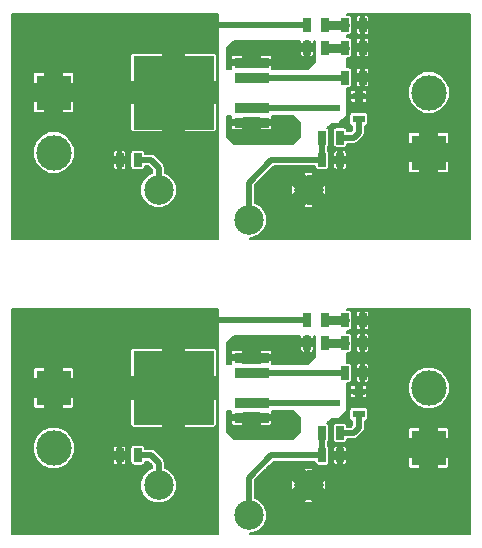
<source format=gtl>
%MOIN*%
%OFA0B0*%
%FSLAX46Y46*%
%IPPOS*%
%LPD*%
%ADD10C,0.0039370078740157488*%
%ADD11R,0.2677X0.2461*%
%ADD12R,0.11810000000000001X0.0319*%
%ADD13R,0.11811023622047245X0.11811023622047245*%
%ADD14C,0.11811023622047245*%
%ADD15R,0.025X0.045000000000000005*%
%ADD16C,0.0984*%
%ADD17R,0.039400000000000004X0.0236*%
%ADD18C,0.023622047244094488*%
%ADD19C,0.01968503937007874*%
%ADD20C,0.029527559055118113*%
%ADD21C,0.0066929133858267724*%
%ADD32C,0.0039370078740157488*%
%ADD33R,0.2677X0.2461*%
%ADD34R,0.11810000000000001X0.0319*%
%ADD35R,0.11811023622047245X0.11811023622047245*%
%ADD36C,0.11811023622047245*%
%ADD37R,0.025X0.045000000000000005*%
%ADD38C,0.0984*%
%ADD39R,0.039400000000000004X0.0236*%
%ADD40C,0.023622047244094488*%
%ADD41C,0.01968503937007874*%
%ADD42C,0.029527559055118113*%
%ADD43C,0.0066929133858267724*%
%LPD*%
G01G01*
D10*
D11*
X-0005000000Y0003425196D02*
X0000549999Y0000600196D03*
D12*
X0000809799Y0000500196D03*
X0000809799Y0000550196D03*
X0000809799Y0000650196D03*
X0000809799Y0000700196D03*
D13*
X0001400000Y0000400196D03*
D14*
X0001400000Y0000600196D03*
D15*
X0001120000Y0000825196D03*
X0001180000Y0000825196D03*
X0001120000Y0000750196D03*
X0001180000Y0000750196D03*
D13*
X0000150000Y0000600196D03*
D14*
X0000150000Y0000400196D03*
D15*
X0000994999Y0000825196D03*
X0001054999Y0000825196D03*
X0000994999Y0000750196D03*
X0001054999Y0000750196D03*
X0001044999Y0000450196D03*
X0001105000Y0000450196D03*
X0001120000Y0000650196D03*
X0001180000Y0000650196D03*
D16*
X0001000000Y0000275196D03*
X0000799999Y0000175196D03*
X0000499999Y0000275196D03*
D17*
X0001166600Y0000512696D03*
X0001083400Y0000550196D03*
X0001166600Y0000587696D03*
D15*
X0001044999Y0000375196D03*
X0001105000Y0000375196D03*
X0000369999Y0000375196D03*
X0000429999Y0000375196D03*
D18*
X0000574999Y0000450196D03*
X0000549999Y0000450196D03*
X0000525000Y0000450196D03*
X0000499999Y0000450196D03*
X0000474999Y0000450196D03*
X0000450000Y0000450196D03*
X0000424999Y0000450196D03*
X0000399999Y0000450196D03*
X0000375000Y0000450196D03*
X0000375000Y0000475196D03*
X0000375000Y0000500196D03*
X0000375000Y0000525196D03*
X0000375000Y0000550196D03*
X0000375000Y0000575196D03*
X0000375000Y0000600196D03*
X0000375000Y0000625196D03*
X0000375000Y0000650196D03*
X0000375000Y0000675196D03*
X0000375000Y0000700196D03*
X0000375000Y0000725196D03*
X0000375000Y0000750196D03*
X0000600000Y0000450196D03*
X0000625000Y0000450196D03*
X0000399999Y0000750196D03*
X0000549999Y0000750196D03*
X0000525000Y0000750196D03*
X0000499999Y0000750196D03*
X0000474999Y0000750196D03*
X0000450000Y0000750196D03*
X0000424999Y0000750196D03*
X0000574999Y0000750196D03*
X0000600000Y0000750196D03*
X0000625000Y0000750196D03*
X0000925000Y0000700196D03*
X0000900000Y0000700196D03*
X0000900000Y0000500196D03*
X0000949999Y0000475196D03*
X0000949999Y0000500196D03*
X0000925000Y0000500196D03*
X0000900000Y0000475196D03*
X0000925000Y0000475196D03*
X0000949999Y0000450196D03*
X0000925000Y0000450196D03*
X0000900000Y0000450196D03*
X0000874999Y0000450196D03*
X0000850000Y0000450196D03*
X0000799999Y0000450196D03*
X0000825000Y0000450196D03*
X0000949999Y0000700196D03*
X0000949999Y0000725196D03*
X0000925000Y0000725196D03*
X0000900000Y0000725196D03*
X0000949999Y0000750196D03*
X0000799999Y0000750196D03*
X0000825000Y0000750196D03*
X0000850000Y0000750196D03*
X0000874999Y0000750196D03*
X0000900000Y0000750196D03*
X0000925000Y0000750196D03*
X0000775000Y0000450196D03*
X0000750000Y0000450196D03*
X0000775000Y0000750196D03*
X0000750000Y0000750196D03*
D19*
X0000549999Y0000450196D02*
X0000574999Y0000450196D01*
X0000574999Y0000450196D02*
X0000600000Y0000450196D01*
X0000600000Y0000450196D02*
X0000625000Y0000450196D01*
X0000549999Y0000600196D02*
X0000375000Y0000600196D01*
X0000549999Y0000450196D02*
X0000549999Y0000600196D01*
X0000399999Y0000750196D02*
X0000375000Y0000750196D01*
X0000375000Y0000750196D02*
X0000375000Y0000725196D01*
X0000375000Y0000725196D02*
X0000375000Y0000700196D01*
X0000375000Y0000700196D02*
X0000375000Y0000675196D01*
X0000375000Y0000675196D02*
X0000375000Y0000650196D01*
X0000375000Y0000650196D02*
X0000375000Y0000625196D01*
X0000375000Y0000625196D02*
X0000375000Y0000600196D01*
X0000399999Y0000750196D02*
X0000424999Y0000750196D01*
X0000450000Y0000750196D02*
X0000424999Y0000750196D01*
X0000474999Y0000750196D02*
X0000450000Y0000750196D01*
X0000499999Y0000750196D02*
X0000474999Y0000750196D01*
X0000525000Y0000750196D02*
X0000499999Y0000750196D01*
X0000549999Y0000750196D02*
X0000525000Y0000750196D01*
X0000549999Y0000750196D02*
X0000549999Y0000600196D01*
X0000375000Y0000450196D02*
X0000399999Y0000450196D01*
X0000399999Y0000450196D02*
X0000424999Y0000450196D01*
X0000424999Y0000450196D02*
X0000450000Y0000450196D01*
X0000450000Y0000450196D02*
X0000474999Y0000450196D01*
X0000474999Y0000450196D02*
X0000499999Y0000450196D01*
X0000499999Y0000450196D02*
X0000525000Y0000450196D01*
X0000525000Y0000450196D02*
X0000549999Y0000450196D01*
X0000375000Y0000600196D02*
X0000375000Y0000575196D01*
X0000375000Y0000575196D02*
X0000375000Y0000550196D01*
X0000375000Y0000550196D02*
X0000375000Y0000525196D01*
X0000375000Y0000525196D02*
X0000375000Y0000500196D01*
X0000375000Y0000500196D02*
X0000375000Y0000475196D01*
X0000375000Y0000475196D02*
X0000375000Y0000450196D01*
X0000549999Y0000750196D02*
X0000574999Y0000750196D01*
X0000574999Y0000750196D02*
X0000600000Y0000750196D01*
X0000600000Y0000750196D02*
X0000625000Y0000750196D01*
X0000994999Y0000825196D02*
X0000600000Y0000825196D01*
X0000549999Y0000775196D02*
X0000549999Y0000750196D01*
X0000600000Y0000825196D02*
X0000549999Y0000775196D01*
D20*
X0001054999Y0000825196D02*
X0001120000Y0000825196D01*
X0001054999Y0000750196D02*
X0001120000Y0000750196D01*
D19*
X0000949999Y0000475196D02*
X0000949999Y0000500196D01*
X0000925000Y0000500196D02*
X0000949999Y0000500196D01*
X0000925000Y0000500196D02*
X0000900000Y0000500196D01*
X0000900000Y0000475196D02*
X0000925000Y0000475196D01*
X0000925000Y0000475196D02*
X0000949999Y0000475196D01*
X0000850000Y0000450196D02*
X0000874999Y0000450196D01*
X0000874999Y0000450196D02*
X0000900000Y0000450196D01*
X0000900000Y0000450196D02*
X0000925000Y0000450196D01*
X0000949999Y0000450196D02*
X0000925000Y0000450196D01*
X0000825000Y0000450196D02*
X0000799999Y0000450196D01*
X0000825000Y0000450196D02*
X0000850000Y0000450196D01*
X0000949999Y0000475196D02*
X0000949999Y0000450196D01*
X0000900000Y0000700196D02*
X0000925000Y0000700196D01*
X0000925000Y0000700196D02*
X0000949999Y0000700196D01*
X0000949999Y0000700196D02*
X0000949999Y0000725196D01*
X0000925000Y0000725196D02*
X0000949999Y0000725196D01*
X0000900000Y0000725196D02*
X0000925000Y0000725196D01*
X0000949999Y0000725196D02*
X0000949999Y0000750196D01*
X0000949999Y0000750196D02*
X0000925000Y0000750196D01*
X0000900000Y0000750196D02*
X0000925000Y0000750196D01*
X0000874999Y0000750196D02*
X0000900000Y0000750196D01*
X0000850000Y0000750196D02*
X0000874999Y0000750196D01*
X0000825000Y0000750196D02*
X0000850000Y0000750196D01*
X0000799999Y0000750196D02*
X0000825000Y0000750196D01*
X0000775000Y0000450196D02*
X0000799999Y0000450196D01*
X0000750000Y0000450196D02*
X0000775000Y0000450196D01*
X0000809799Y0000459996D02*
X0000799999Y0000450196D01*
X0000809799Y0000500196D02*
X0000809799Y0000459996D01*
X0000900000Y0000700196D02*
X0000809799Y0000700196D01*
X0000750000Y0000750196D02*
X0000775000Y0000750196D01*
X0000775000Y0000750196D02*
X0000799999Y0000750196D01*
X0000809799Y0000740396D02*
X0000799999Y0000750196D01*
X0000809799Y0000740396D02*
X0000809799Y0000700196D01*
X0000809799Y0000650196D02*
X0001120000Y0000650196D01*
X0001166600Y0000512696D02*
X0001166600Y0000466796D01*
X0001150000Y0000450196D02*
X0001105000Y0000450196D01*
X0001166600Y0000466796D02*
X0001150000Y0000450196D01*
X0000809799Y0000550196D02*
X0001083400Y0000550196D01*
X0001044999Y0000375196D02*
X0000874999Y0000375196D01*
X0000799999Y0000300196D02*
X0000874999Y0000375196D01*
X0000799999Y0000300196D02*
X0000799999Y0000175196D01*
X0001044999Y0000450196D02*
X0001044999Y0000375196D01*
X0000499999Y0000275196D02*
X0000499999Y0000350196D01*
X0000474999Y0000375196D02*
X0000429999Y0000375196D01*
X0000499999Y0000350196D02*
X0000474999Y0000375196D01*
D21*
G36*
X0000696653Y0000113188D02*
X0000012992Y0000113188D01*
X0000012992Y0000386279D01*
X0000079712Y0000386279D01*
X0000090388Y0000360440D01*
X0000110140Y0000340654D01*
X0000135960Y0000329933D01*
X0000163917Y0000329909D01*
X0000189755Y0000340585D01*
X0000209542Y0000360336D01*
X0000209998Y0000361436D01*
X0000347460Y0000361436D01*
X0000347460Y0000350699D01*
X0000348988Y0000347009D01*
X0000351813Y0000344185D01*
X0000355502Y0000342657D01*
X0000361240Y0000342657D01*
X0000363749Y0000345167D01*
X0000363749Y0000363946D01*
X0000376249Y0000363946D01*
X0000376249Y0000345167D01*
X0000378759Y0000342657D01*
X0000384496Y0000342657D01*
X0000388186Y0000344185D01*
X0000391010Y0000347009D01*
X0000392539Y0000350699D01*
X0000392539Y0000361436D01*
X0000390029Y0000363946D01*
X0000376249Y0000363946D01*
X0000363749Y0000363946D01*
X0000349970Y0000363946D01*
X0000347460Y0000361436D01*
X0000209998Y0000361436D01*
X0000220263Y0000386156D01*
X0000220275Y0000399693D01*
X0000347460Y0000399693D01*
X0000347460Y0000388956D01*
X0000349970Y0000386446D01*
X0000363749Y0000386446D01*
X0000363749Y0000405226D01*
X0000376249Y0000405226D01*
X0000376249Y0000386446D01*
X0000390029Y0000386446D01*
X0000392539Y0000388956D01*
X0000392539Y0000397696D01*
X0000406059Y0000397696D01*
X0000406059Y0000352696D01*
X0000406842Y0000348538D01*
X0000409299Y0000344719D01*
X0000413049Y0000342157D01*
X0000417500Y0000341256D01*
X0000442499Y0000341256D01*
X0000446658Y0000342038D01*
X0000450476Y0000344496D01*
X0000453038Y0000348245D01*
X0000453940Y0000352696D01*
X0000453940Y0000354133D01*
X0000466275Y0000354133D01*
X0000478936Y0000341472D01*
X0000478936Y0000331868D01*
X0000465819Y0000326448D01*
X0000448807Y0000309466D01*
X0000439590Y0000287267D01*
X0000439569Y0000263231D01*
X0000448748Y0000241016D01*
X0000465729Y0000224004D01*
X0000487928Y0000214786D01*
X0000511965Y0000214765D01*
X0000534180Y0000223945D01*
X0000551192Y0000240926D01*
X0000560409Y0000263125D01*
X0000560430Y0000287162D01*
X0000551251Y0000309377D01*
X0000534270Y0000326388D01*
X0000521062Y0000331873D01*
X0000521062Y0000350196D01*
X0000519459Y0000358257D01*
X0000514893Y0000365090D01*
X0000489893Y0000390090D01*
X0000483060Y0000394656D01*
X0000474999Y0000396259D01*
X0000453940Y0000396259D01*
X0000453940Y0000397696D01*
X0000453157Y0000401854D01*
X0000450700Y0000405673D01*
X0000446950Y0000408235D01*
X0000442499Y0000409137D01*
X0000417500Y0000409137D01*
X0000413341Y0000408354D01*
X0000409522Y0000405897D01*
X0000406961Y0000402147D01*
X0000406059Y0000397696D01*
X0000392539Y0000397696D01*
X0000392539Y0000399693D01*
X0000391010Y0000403383D01*
X0000388186Y0000406207D01*
X0000384496Y0000407736D01*
X0000378759Y0000407736D01*
X0000376249Y0000405226D01*
X0000363749Y0000405226D01*
X0000361240Y0000407736D01*
X0000355502Y0000407736D01*
X0000351813Y0000406207D01*
X0000348988Y0000403383D01*
X0000347460Y0000399693D01*
X0000220275Y0000399693D01*
X0000220287Y0000414114D01*
X0000209611Y0000439952D01*
X0000189859Y0000459738D01*
X0000164040Y0000470460D01*
X0000136082Y0000470484D01*
X0000110244Y0000459808D01*
X0000090457Y0000440056D01*
X0000079736Y0000414236D01*
X0000079712Y0000386279D01*
X0000012992Y0000386279D01*
X0000012992Y0000568159D01*
X0000080905Y0000568159D01*
X0000080905Y0000539144D01*
X0000082433Y0000535454D01*
X0000085257Y0000532630D01*
X0000088947Y0000531102D01*
X0000117962Y0000531102D01*
X0000120472Y0000533612D01*
X0000120472Y0000570669D01*
X0000179527Y0000570669D01*
X0000179527Y0000533612D01*
X0000182037Y0000531102D01*
X0000211052Y0000531102D01*
X0000214741Y0000532630D01*
X0000217566Y0000535454D01*
X0000219094Y0000539144D01*
X0000219094Y0000561663D01*
X0000406110Y0000561663D01*
X0000406110Y0000475149D01*
X0000407639Y0000471459D01*
X0000410463Y0000468635D01*
X0000414153Y0000467107D01*
X0000511466Y0000467107D01*
X0000513976Y0000469617D01*
X0000513976Y0000564173D01*
X0000586023Y0000564173D01*
X0000586023Y0000469617D01*
X0000588533Y0000467107D01*
X0000685846Y0000467107D01*
X0000689536Y0000468635D01*
X0000692360Y0000471459D01*
X0000693889Y0000475149D01*
X0000693889Y0000561663D01*
X0000691379Y0000564173D01*
X0000586023Y0000564173D01*
X0000513976Y0000564173D01*
X0000408620Y0000564173D01*
X0000406110Y0000561663D01*
X0000219094Y0000561663D01*
X0000219094Y0000568159D01*
X0000216584Y0000570669D01*
X0000179527Y0000570669D01*
X0000120472Y0000570669D01*
X0000083415Y0000570669D01*
X0000080905Y0000568159D01*
X0000012992Y0000568159D01*
X0000012992Y0000661248D01*
X0000080905Y0000661248D01*
X0000080905Y0000632234D01*
X0000083415Y0000629724D01*
X0000120472Y0000629724D01*
X0000120472Y0000666781D01*
X0000179527Y0000666781D01*
X0000179527Y0000629724D01*
X0000216584Y0000629724D01*
X0000219094Y0000632234D01*
X0000219094Y0000661248D01*
X0000217566Y0000664938D01*
X0000214741Y0000667762D01*
X0000211052Y0000669291D01*
X0000182037Y0000669291D01*
X0000179527Y0000666781D01*
X0000120472Y0000666781D01*
X0000117962Y0000669291D01*
X0000088947Y0000669291D01*
X0000085257Y0000667762D01*
X0000082433Y0000664938D01*
X0000080905Y0000661248D01*
X0000012992Y0000661248D01*
X0000012992Y0000725243D01*
X0000406110Y0000725243D01*
X0000406110Y0000638730D01*
X0000408620Y0000636220D01*
X0000513976Y0000636220D01*
X0000513976Y0000730776D01*
X0000586023Y0000730776D01*
X0000586023Y0000636220D01*
X0000691379Y0000636220D01*
X0000693889Y0000638730D01*
X0000693889Y0000725243D01*
X0000692360Y0000728933D01*
X0000689536Y0000731757D01*
X0000685846Y0000733286D01*
X0000588533Y0000733286D01*
X0000586023Y0000730776D01*
X0000513976Y0000730776D01*
X0000511466Y0000733286D01*
X0000414153Y0000733286D01*
X0000410463Y0000731757D01*
X0000407639Y0000728933D01*
X0000406110Y0000725243D01*
X0000012992Y0000725243D01*
X0000012992Y0000862204D01*
X0000696653Y0000862204D01*
X0000696653Y0000113188D01*
X0000696653Y0000113188D01*
G37*
X0000696653Y0000113188D02*
X0000012992Y0000113188D01*
X0000012992Y0000386279D01*
X0000079712Y0000386279D01*
X0000090388Y0000360440D01*
X0000110140Y0000340654D01*
X0000135960Y0000329933D01*
X0000163917Y0000329909D01*
X0000189755Y0000340585D01*
X0000209542Y0000360336D01*
X0000209998Y0000361436D01*
X0000347460Y0000361436D01*
X0000347460Y0000350699D01*
X0000348988Y0000347009D01*
X0000351813Y0000344185D01*
X0000355502Y0000342657D01*
X0000361240Y0000342657D01*
X0000363749Y0000345167D01*
X0000363749Y0000363946D01*
X0000376249Y0000363946D01*
X0000376249Y0000345167D01*
X0000378759Y0000342657D01*
X0000384496Y0000342657D01*
X0000388186Y0000344185D01*
X0000391010Y0000347009D01*
X0000392539Y0000350699D01*
X0000392539Y0000361436D01*
X0000390029Y0000363946D01*
X0000376249Y0000363946D01*
X0000363749Y0000363946D01*
X0000349970Y0000363946D01*
X0000347460Y0000361436D01*
X0000209998Y0000361436D01*
X0000220263Y0000386156D01*
X0000220275Y0000399693D01*
X0000347460Y0000399693D01*
X0000347460Y0000388956D01*
X0000349970Y0000386446D01*
X0000363749Y0000386446D01*
X0000363749Y0000405226D01*
X0000376249Y0000405226D01*
X0000376249Y0000386446D01*
X0000390029Y0000386446D01*
X0000392539Y0000388956D01*
X0000392539Y0000397696D01*
X0000406059Y0000397696D01*
X0000406059Y0000352696D01*
X0000406842Y0000348538D01*
X0000409299Y0000344719D01*
X0000413049Y0000342157D01*
X0000417500Y0000341256D01*
X0000442499Y0000341256D01*
X0000446658Y0000342038D01*
X0000450476Y0000344496D01*
X0000453038Y0000348245D01*
X0000453940Y0000352696D01*
X0000453940Y0000354133D01*
X0000466275Y0000354133D01*
X0000478936Y0000341472D01*
X0000478936Y0000331868D01*
X0000465819Y0000326448D01*
X0000448807Y0000309466D01*
X0000439590Y0000287267D01*
X0000439569Y0000263231D01*
X0000448748Y0000241016D01*
X0000465729Y0000224004D01*
X0000487928Y0000214786D01*
X0000511965Y0000214765D01*
X0000534180Y0000223945D01*
X0000551192Y0000240926D01*
X0000560409Y0000263125D01*
X0000560430Y0000287162D01*
X0000551251Y0000309377D01*
X0000534270Y0000326388D01*
X0000521062Y0000331873D01*
X0000521062Y0000350196D01*
X0000519459Y0000358257D01*
X0000514893Y0000365090D01*
X0000489893Y0000390090D01*
X0000483060Y0000394656D01*
X0000474999Y0000396259D01*
X0000453940Y0000396259D01*
X0000453940Y0000397696D01*
X0000453157Y0000401854D01*
X0000450700Y0000405673D01*
X0000446950Y0000408235D01*
X0000442499Y0000409137D01*
X0000417500Y0000409137D01*
X0000413341Y0000408354D01*
X0000409522Y0000405897D01*
X0000406961Y0000402147D01*
X0000406059Y0000397696D01*
X0000392539Y0000397696D01*
X0000392539Y0000399693D01*
X0000391010Y0000403383D01*
X0000388186Y0000406207D01*
X0000384496Y0000407736D01*
X0000378759Y0000407736D01*
X0000376249Y0000405226D01*
X0000363749Y0000405226D01*
X0000361240Y0000407736D01*
X0000355502Y0000407736D01*
X0000351813Y0000406207D01*
X0000348988Y0000403383D01*
X0000347460Y0000399693D01*
X0000220275Y0000399693D01*
X0000220287Y0000414114D01*
X0000209611Y0000439952D01*
X0000189859Y0000459738D01*
X0000164040Y0000470460D01*
X0000136082Y0000470484D01*
X0000110244Y0000459808D01*
X0000090457Y0000440056D01*
X0000079736Y0000414236D01*
X0000079712Y0000386279D01*
X0000012992Y0000386279D01*
X0000012992Y0000568159D01*
X0000080905Y0000568159D01*
X0000080905Y0000539144D01*
X0000082433Y0000535454D01*
X0000085257Y0000532630D01*
X0000088947Y0000531102D01*
X0000117962Y0000531102D01*
X0000120472Y0000533612D01*
X0000120472Y0000570669D01*
X0000179527Y0000570669D01*
X0000179527Y0000533612D01*
X0000182037Y0000531102D01*
X0000211052Y0000531102D01*
X0000214741Y0000532630D01*
X0000217566Y0000535454D01*
X0000219094Y0000539144D01*
X0000219094Y0000561663D01*
X0000406110Y0000561663D01*
X0000406110Y0000475149D01*
X0000407639Y0000471459D01*
X0000410463Y0000468635D01*
X0000414153Y0000467107D01*
X0000511466Y0000467107D01*
X0000513976Y0000469617D01*
X0000513976Y0000564173D01*
X0000586023Y0000564173D01*
X0000586023Y0000469617D01*
X0000588533Y0000467107D01*
X0000685846Y0000467107D01*
X0000689536Y0000468635D01*
X0000692360Y0000471459D01*
X0000693889Y0000475149D01*
X0000693889Y0000561663D01*
X0000691379Y0000564173D01*
X0000586023Y0000564173D01*
X0000513976Y0000564173D01*
X0000408620Y0000564173D01*
X0000406110Y0000561663D01*
X0000219094Y0000561663D01*
X0000219094Y0000568159D01*
X0000216584Y0000570669D01*
X0000179527Y0000570669D01*
X0000120472Y0000570669D01*
X0000083415Y0000570669D01*
X0000080905Y0000568159D01*
X0000012992Y0000568159D01*
X0000012992Y0000661248D01*
X0000080905Y0000661248D01*
X0000080905Y0000632234D01*
X0000083415Y0000629724D01*
X0000120472Y0000629724D01*
X0000120472Y0000666781D01*
X0000179527Y0000666781D01*
X0000179527Y0000629724D01*
X0000216584Y0000629724D01*
X0000219094Y0000632234D01*
X0000219094Y0000661248D01*
X0000217566Y0000664938D01*
X0000214741Y0000667762D01*
X0000211052Y0000669291D01*
X0000182037Y0000669291D01*
X0000179527Y0000666781D01*
X0000120472Y0000666781D01*
X0000117962Y0000669291D01*
X0000088947Y0000669291D01*
X0000085257Y0000667762D01*
X0000082433Y0000664938D01*
X0000080905Y0000661248D01*
X0000012992Y0000661248D01*
X0000012992Y0000725243D01*
X0000406110Y0000725243D01*
X0000406110Y0000638730D01*
X0000408620Y0000636220D01*
X0000513976Y0000636220D01*
X0000513976Y0000730776D01*
X0000586023Y0000730776D01*
X0000586023Y0000636220D01*
X0000691379Y0000636220D01*
X0000693889Y0000638730D01*
X0000693889Y0000725243D01*
X0000692360Y0000728933D01*
X0000689536Y0000731757D01*
X0000685846Y0000733286D01*
X0000588533Y0000733286D01*
X0000586023Y0000730776D01*
X0000513976Y0000730776D01*
X0000511466Y0000733286D01*
X0000414153Y0000733286D01*
X0000410463Y0000731757D01*
X0000407639Y0000728933D01*
X0000406110Y0000725243D01*
X0000012992Y0000725243D01*
X0000012992Y0000862204D01*
X0000696653Y0000862204D01*
X0000696653Y0000113188D01*
G36*
X0000972460Y0000763956D02*
X0000974970Y0000761446D01*
X0000988750Y0000761446D01*
X0000988750Y0000771850D01*
X0001001249Y0000771850D01*
X0001001249Y0000761446D01*
X0001015029Y0000761446D01*
X0001017539Y0000763956D01*
X0001017539Y0000771850D01*
X0001021653Y0000771850D01*
X0001021653Y0000701582D01*
X0000998613Y0000678543D01*
X0000877344Y0000678543D01*
X0000877360Y0000678559D01*
X0000878889Y0000682249D01*
X0000878889Y0000689712D01*
X0000876379Y0000692221D01*
X0000839325Y0000692221D01*
X0000839325Y0000684246D01*
X0000780274Y0000684246D01*
X0000780274Y0000692221D01*
X0000743220Y0000692221D01*
X0000740710Y0000689712D01*
X0000740710Y0000682249D01*
X0000742239Y0000678559D01*
X0000742255Y0000678543D01*
X0000728346Y0000678543D01*
X0000728346Y0000718143D01*
X0000740710Y0000718143D01*
X0000740710Y0000710681D01*
X0000743220Y0000708171D01*
X0000780274Y0000708171D01*
X0000780274Y0000723676D01*
X0000839325Y0000723676D01*
X0000839325Y0000708171D01*
X0000876379Y0000708171D01*
X0000878889Y0000710681D01*
X0000878889Y0000718143D01*
X0000877360Y0000721833D01*
X0000874536Y0000724657D01*
X0000870846Y0000726186D01*
X0000841834Y0000726186D01*
X0000839325Y0000723676D01*
X0000780274Y0000723676D01*
X0000777765Y0000726186D01*
X0000748753Y0000726186D01*
X0000745063Y0000724657D01*
X0000742239Y0000721833D01*
X0000740710Y0000718143D01*
X0000728346Y0000718143D01*
X0000728346Y0000736437D01*
X0000972460Y0000736437D01*
X0000972460Y0000725699D01*
X0000973988Y0000722010D01*
X0000976813Y0000719185D01*
X0000980502Y0000717657D01*
X0000986240Y0000717657D01*
X0000988750Y0000720167D01*
X0000988750Y0000738946D01*
X0001001249Y0000738946D01*
X0001001249Y0000720167D01*
X0001003759Y0000717657D01*
X0001009496Y0000717657D01*
X0001013186Y0000719185D01*
X0001016010Y0000722010D01*
X0001017539Y0000725699D01*
X0001017539Y0000736437D01*
X0001015029Y0000738946D01*
X0001001249Y0000738946D01*
X0000988750Y0000738946D01*
X0000974970Y0000738946D01*
X0000972460Y0000736437D01*
X0000728346Y0000736437D01*
X0000728346Y0000748810D01*
X0000751386Y0000771850D01*
X0000972460Y0000771850D01*
X0000972460Y0000763956D01*
X0000972460Y0000763956D01*
G37*
X0000972460Y0000763956D02*
X0000974970Y0000761446D01*
X0000988750Y0000761446D01*
X0000988750Y0000771850D01*
X0001001249Y0000771850D01*
X0001001249Y0000761446D01*
X0001015029Y0000761446D01*
X0001017539Y0000763956D01*
X0001017539Y0000771850D01*
X0001021653Y0000771850D01*
X0001021653Y0000701582D01*
X0000998613Y0000678543D01*
X0000877344Y0000678543D01*
X0000877360Y0000678559D01*
X0000878889Y0000682249D01*
X0000878889Y0000689712D01*
X0000876379Y0000692221D01*
X0000839325Y0000692221D01*
X0000839325Y0000684246D01*
X0000780274Y0000684246D01*
X0000780274Y0000692221D01*
X0000743220Y0000692221D01*
X0000740710Y0000689712D01*
X0000740710Y0000682249D01*
X0000742239Y0000678559D01*
X0000742255Y0000678543D01*
X0000728346Y0000678543D01*
X0000728346Y0000718143D01*
X0000740710Y0000718143D01*
X0000740710Y0000710681D01*
X0000743220Y0000708171D01*
X0000780274Y0000708171D01*
X0000780274Y0000723676D01*
X0000839325Y0000723676D01*
X0000839325Y0000708171D01*
X0000876379Y0000708171D01*
X0000878889Y0000710681D01*
X0000878889Y0000718143D01*
X0000877360Y0000721833D01*
X0000874536Y0000724657D01*
X0000870846Y0000726186D01*
X0000841834Y0000726186D01*
X0000839325Y0000723676D01*
X0000780274Y0000723676D01*
X0000777765Y0000726186D01*
X0000748753Y0000726186D01*
X0000745063Y0000724657D01*
X0000742239Y0000721833D01*
X0000740710Y0000718143D01*
X0000728346Y0000718143D01*
X0000728346Y0000736437D01*
X0000972460Y0000736437D01*
X0000972460Y0000725699D01*
X0000973988Y0000722010D01*
X0000976813Y0000719185D01*
X0000980502Y0000717657D01*
X0000986240Y0000717657D01*
X0000988750Y0000720167D01*
X0000988750Y0000738946D01*
X0001001249Y0000738946D01*
X0001001249Y0000720167D01*
X0001003759Y0000717657D01*
X0001009496Y0000717657D01*
X0001013186Y0000719185D01*
X0001016010Y0000722010D01*
X0001017539Y0000725699D01*
X0001017539Y0000736437D01*
X0001015029Y0000738946D01*
X0001001249Y0000738946D01*
X0000988750Y0000738946D01*
X0000974970Y0000738946D01*
X0000972460Y0000736437D01*
X0000728346Y0000736437D01*
X0000728346Y0000748810D01*
X0000751386Y0000771850D01*
X0000972460Y0000771850D01*
X0000972460Y0000763956D01*
G36*
X0000742239Y0000521833D02*
X0000740710Y0000518143D01*
X0000740710Y0000510681D01*
X0000743220Y0000508171D01*
X0000780274Y0000508171D01*
X0000780274Y0000516146D01*
X0000839325Y0000516146D01*
X0000839325Y0000508171D01*
X0000876379Y0000508171D01*
X0000878889Y0000510681D01*
X0000878889Y0000518143D01*
X0000877360Y0000521833D01*
X0000877344Y0000521850D01*
X0000948613Y0000521850D01*
X0000971653Y0000498810D01*
X0000971653Y0000451582D01*
X0000948613Y0000428543D01*
X0000751386Y0000428543D01*
X0000728346Y0000451582D01*
X0000728346Y0000489712D01*
X0000740710Y0000489712D01*
X0000740710Y0000482249D01*
X0000742239Y0000478559D01*
X0000745063Y0000475735D01*
X0000748753Y0000474207D01*
X0000777765Y0000474207D01*
X0000780274Y0000476717D01*
X0000780274Y0000492221D01*
X0000839325Y0000492221D01*
X0000839325Y0000476717D01*
X0000841834Y0000474207D01*
X0000870846Y0000474207D01*
X0000874536Y0000475735D01*
X0000877360Y0000478559D01*
X0000878889Y0000482249D01*
X0000878889Y0000489712D01*
X0000876379Y0000492221D01*
X0000839325Y0000492221D01*
X0000780274Y0000492221D01*
X0000743220Y0000492221D01*
X0000740710Y0000489712D01*
X0000728346Y0000489712D01*
X0000728346Y0000521850D01*
X0000742255Y0000521850D01*
X0000742239Y0000521833D01*
X0000742239Y0000521833D01*
G37*
X0000742239Y0000521833D02*
X0000740710Y0000518143D01*
X0000740710Y0000510681D01*
X0000743220Y0000508171D01*
X0000780274Y0000508171D01*
X0000780274Y0000516146D01*
X0000839325Y0000516146D01*
X0000839325Y0000508171D01*
X0000876379Y0000508171D01*
X0000878889Y0000510681D01*
X0000878889Y0000518143D01*
X0000877360Y0000521833D01*
X0000877344Y0000521850D01*
X0000948613Y0000521850D01*
X0000971653Y0000498810D01*
X0000971653Y0000451582D01*
X0000948613Y0000428543D01*
X0000751386Y0000428543D01*
X0000728346Y0000451582D01*
X0000728346Y0000489712D01*
X0000740710Y0000489712D01*
X0000740710Y0000482249D01*
X0000742239Y0000478559D01*
X0000745063Y0000475735D01*
X0000748753Y0000474207D01*
X0000777765Y0000474207D01*
X0000780274Y0000476717D01*
X0000780274Y0000492221D01*
X0000839325Y0000492221D01*
X0000839325Y0000476717D01*
X0000841834Y0000474207D01*
X0000870846Y0000474207D01*
X0000874536Y0000475735D01*
X0000877360Y0000478559D01*
X0000878889Y0000482249D01*
X0000878889Y0000489712D01*
X0000876379Y0000492221D01*
X0000839325Y0000492221D01*
X0000780274Y0000492221D01*
X0000743220Y0000492221D01*
X0000740710Y0000489712D01*
X0000728346Y0000489712D01*
X0000728346Y0000521850D01*
X0000742255Y0000521850D01*
X0000742239Y0000521833D01*
G36*
X0001537007Y0000113188D02*
X0000803346Y0000113188D01*
X0000803346Y0000114773D01*
X0000811965Y0000114765D01*
X0000834180Y0000123944D01*
X0000851192Y0000140926D01*
X0000860409Y0000163125D01*
X0000860430Y0000187162D01*
X0000851251Y0000209377D01*
X0000839901Y0000220747D01*
X0000980340Y0000220747D01*
X0000987477Y0000216109D01*
X0001011042Y0000215814D01*
X0001012522Y0000216109D01*
X0001019659Y0000220747D01*
X0001000000Y0000240407D01*
X0000980340Y0000220747D01*
X0000839901Y0000220747D01*
X0000834270Y0000226388D01*
X0000821062Y0000231873D01*
X0000821062Y0000264154D01*
X0000940618Y0000264154D01*
X0000940912Y0000262674D01*
X0000945550Y0000255536D01*
X0000965210Y0000275196D01*
X0001034789Y0000275196D01*
X0001054449Y0000255536D01*
X0001059087Y0000262674D01*
X0001059381Y0000286239D01*
X0001059087Y0000287719D01*
X0001054449Y0000294856D01*
X0001034789Y0000275196D01*
X0000965210Y0000275196D01*
X0000945550Y0000294856D01*
X0000940912Y0000287719D01*
X0000940618Y0000264154D01*
X0000821062Y0000264154D01*
X0000821062Y0000291472D01*
X0000859237Y0000329646D01*
X0000980340Y0000329646D01*
X0001000000Y0000309986D01*
X0001019659Y0000329646D01*
X0001012522Y0000334284D01*
X0000988957Y0000334578D01*
X0000987477Y0000334284D01*
X0000980340Y0000329646D01*
X0000859237Y0000329646D01*
X0000883724Y0000354133D01*
X0001021059Y0000354133D01*
X0001021059Y0000352696D01*
X0001021842Y0000348538D01*
X0001024299Y0000344719D01*
X0001028049Y0000342157D01*
X0001032500Y0000341256D01*
X0001057500Y0000341256D01*
X0001061658Y0000342038D01*
X0001065476Y0000344496D01*
X0001068038Y0000348245D01*
X0001068940Y0000352696D01*
X0001068940Y0000361436D01*
X0001082460Y0000361436D01*
X0001082460Y0000350699D01*
X0001083989Y0000347009D01*
X0001086813Y0000344185D01*
X0001090503Y0000342657D01*
X0001096240Y0000342657D01*
X0001098750Y0000345167D01*
X0001098750Y0000363946D01*
X0001111250Y0000363946D01*
X0001111250Y0000345167D01*
X0001113759Y0000342657D01*
X0001119496Y0000342657D01*
X0001123186Y0000344185D01*
X0001126010Y0000347009D01*
X0001127539Y0000350699D01*
X0001127539Y0000361436D01*
X0001125029Y0000363946D01*
X0001111250Y0000363946D01*
X0001098750Y0000363946D01*
X0001084970Y0000363946D01*
X0001082460Y0000361436D01*
X0001068940Y0000361436D01*
X0001068940Y0000368159D01*
X0001330905Y0000368159D01*
X0001330905Y0000339144D01*
X0001332433Y0000335454D01*
X0001335257Y0000332630D01*
X0001338947Y0000331102D01*
X0001367962Y0000331102D01*
X0001370472Y0000333612D01*
X0001370472Y0000370669D01*
X0001429527Y0000370669D01*
X0001429527Y0000333612D01*
X0001432037Y0000331102D01*
X0001461052Y0000331102D01*
X0001464741Y0000332630D01*
X0001467566Y0000335454D01*
X0001469094Y0000339144D01*
X0001469094Y0000368159D01*
X0001466584Y0000370669D01*
X0001429527Y0000370669D01*
X0001370472Y0000370669D01*
X0001333415Y0000370669D01*
X0001330905Y0000368159D01*
X0001068940Y0000368159D01*
X0001068940Y0000397696D01*
X0001068564Y0000399693D01*
X0001082460Y0000399693D01*
X0001082460Y0000388956D01*
X0001084970Y0000386446D01*
X0001098750Y0000386446D01*
X0001098750Y0000405226D01*
X0001111250Y0000405226D01*
X0001111250Y0000386446D01*
X0001125029Y0000386446D01*
X0001127539Y0000388956D01*
X0001127539Y0000399693D01*
X0001126010Y0000403383D01*
X0001123186Y0000406207D01*
X0001119496Y0000407736D01*
X0001113759Y0000407736D01*
X0001111250Y0000405226D01*
X0001098750Y0000405226D01*
X0001096240Y0000407736D01*
X0001090503Y0000407736D01*
X0001086813Y0000406207D01*
X0001083989Y0000403383D01*
X0001082460Y0000399693D01*
X0001068564Y0000399693D01*
X0001068157Y0000401854D01*
X0001066062Y0000405110D01*
X0001066062Y0000420354D01*
X0001068038Y0000423245D01*
X0001068940Y0000427696D01*
X0001068940Y0000472696D01*
X0001081059Y0000472696D01*
X0001081059Y0000427696D01*
X0001081842Y0000423538D01*
X0001084299Y0000419719D01*
X0001088049Y0000417157D01*
X0001092500Y0000416256D01*
X0001117500Y0000416256D01*
X0001121658Y0000417038D01*
X0001125476Y0000419496D01*
X0001128038Y0000423245D01*
X0001128940Y0000427696D01*
X0001128940Y0000429133D01*
X0001150000Y0000429133D01*
X0001158060Y0000430737D01*
X0001164893Y0000435303D01*
X0001181493Y0000451903D01*
X0001186059Y0000458736D01*
X0001186559Y0000461248D01*
X0001330905Y0000461248D01*
X0001330905Y0000432234D01*
X0001333415Y0000429724D01*
X0001370472Y0000429724D01*
X0001370472Y0000466781D01*
X0001429527Y0000466781D01*
X0001429527Y0000429724D01*
X0001466584Y0000429724D01*
X0001469094Y0000432234D01*
X0001469094Y0000461248D01*
X0001467566Y0000464938D01*
X0001464741Y0000467762D01*
X0001461052Y0000469291D01*
X0001432037Y0000469291D01*
X0001429527Y0000466781D01*
X0001370472Y0000466781D01*
X0001367962Y0000469291D01*
X0001338947Y0000469291D01*
X0001335257Y0000467762D01*
X0001332433Y0000464938D01*
X0001330905Y0000461248D01*
X0001186559Y0000461248D01*
X0001187662Y0000466796D01*
X0001187662Y0000489712D01*
X0001190458Y0000490238D01*
X0001194276Y0000492696D01*
X0001196838Y0000496445D01*
X0001197740Y0000500896D01*
X0001197740Y0000524496D01*
X0001196957Y0000528654D01*
X0001194500Y0000532473D01*
X0001190750Y0000535035D01*
X0001186300Y0000535937D01*
X0001146899Y0000535937D01*
X0001142741Y0000535154D01*
X0001138922Y0000532697D01*
X0001136361Y0000528947D01*
X0001135459Y0000524496D01*
X0001135459Y0000500896D01*
X0001136242Y0000496738D01*
X0001138699Y0000492919D01*
X0001142449Y0000490357D01*
X0001145537Y0000489732D01*
X0001145537Y0000475521D01*
X0001141275Y0000471259D01*
X0001128940Y0000471259D01*
X0001128940Y0000472696D01*
X0001128157Y0000476854D01*
X0001125700Y0000480673D01*
X0001121950Y0000483235D01*
X0001117500Y0000484137D01*
X0001092500Y0000484137D01*
X0001088341Y0000483354D01*
X0001084523Y0000480897D01*
X0001081961Y0000477147D01*
X0001081059Y0000472696D01*
X0001068940Y0000472696D01*
X0001068157Y0000476854D01*
X0001065700Y0000480673D01*
X0001062438Y0000482902D01*
X0001076386Y0000496850D01*
X0001099999Y0000496850D01*
X0001101301Y0000497114D01*
X0001102366Y0000497830D01*
X0001127366Y0000522830D01*
X0001128100Y0000523937D01*
X0001128346Y0000525196D01*
X0001128346Y0000579287D01*
X0001136860Y0000579287D01*
X0001136860Y0000573899D01*
X0001138389Y0000570210D01*
X0001141213Y0000567385D01*
X0001144903Y0000565857D01*
X0001154240Y0000565857D01*
X0001156750Y0000568367D01*
X0001156750Y0000581796D01*
X0001176450Y0000581796D01*
X0001176450Y0000568367D01*
X0001178959Y0000565857D01*
X0001188296Y0000565857D01*
X0001191986Y0000567385D01*
X0001194810Y0000570210D01*
X0001196339Y0000573899D01*
X0001196339Y0000579287D01*
X0001193829Y0000581796D01*
X0001176450Y0000581796D01*
X0001156750Y0000581796D01*
X0001139370Y0000581796D01*
X0001136860Y0000579287D01*
X0001128346Y0000579287D01*
X0001128346Y0000586279D01*
X0001329712Y0000586279D01*
X0001340388Y0000560440D01*
X0001360140Y0000540654D01*
X0001385960Y0000529933D01*
X0001413917Y0000529909D01*
X0001439755Y0000540585D01*
X0001459542Y0000560336D01*
X0001470263Y0000586156D01*
X0001470287Y0000614114D01*
X0001459611Y0000639952D01*
X0001439859Y0000659738D01*
X0001414040Y0000670460D01*
X0001386082Y0000670484D01*
X0001360244Y0000659808D01*
X0001340457Y0000640056D01*
X0001329736Y0000614236D01*
X0001329712Y0000586279D01*
X0001128346Y0000586279D01*
X0001128346Y0000601493D01*
X0001136860Y0000601493D01*
X0001136860Y0000596106D01*
X0001139370Y0000593596D01*
X0001156750Y0000593596D01*
X0001156750Y0000607026D01*
X0001176450Y0000607026D01*
X0001176450Y0000593596D01*
X0001193829Y0000593596D01*
X0001196339Y0000596106D01*
X0001196339Y0000601493D01*
X0001194810Y0000605183D01*
X0001191986Y0000608007D01*
X0001188296Y0000609536D01*
X0001178959Y0000609536D01*
X0001176450Y0000607026D01*
X0001156750Y0000607026D01*
X0001154240Y0000609536D01*
X0001144903Y0000609536D01*
X0001141213Y0000608007D01*
X0001138389Y0000605183D01*
X0001136860Y0000601493D01*
X0001128346Y0000601493D01*
X0001128346Y0000616256D01*
X0001132500Y0000616256D01*
X0001136658Y0000617038D01*
X0001140476Y0000619496D01*
X0001143038Y0000623245D01*
X0001143940Y0000627696D01*
X0001143940Y0000636436D01*
X0001157460Y0000636436D01*
X0001157460Y0000625699D01*
X0001158989Y0000622009D01*
X0001161813Y0000619185D01*
X0001165503Y0000617657D01*
X0001171240Y0000617657D01*
X0001173750Y0000620167D01*
X0001173750Y0000638946D01*
X0001186250Y0000638946D01*
X0001186250Y0000620167D01*
X0001188759Y0000617657D01*
X0001194496Y0000617657D01*
X0001198186Y0000619185D01*
X0001201010Y0000622009D01*
X0001202539Y0000625699D01*
X0001202539Y0000636436D01*
X0001200029Y0000638946D01*
X0001186250Y0000638946D01*
X0001173750Y0000638946D01*
X0001159970Y0000638946D01*
X0001157460Y0000636436D01*
X0001143940Y0000636436D01*
X0001143940Y0000672696D01*
X0001143564Y0000674693D01*
X0001157460Y0000674693D01*
X0001157460Y0000663956D01*
X0001159970Y0000661446D01*
X0001173750Y0000661446D01*
X0001173750Y0000680226D01*
X0001186250Y0000680226D01*
X0001186250Y0000661446D01*
X0001200029Y0000661446D01*
X0001202539Y0000663956D01*
X0001202539Y0000674693D01*
X0001201010Y0000678383D01*
X0001198186Y0000681207D01*
X0001194496Y0000682736D01*
X0001188759Y0000682736D01*
X0001186250Y0000680226D01*
X0001173750Y0000680226D01*
X0001171240Y0000682736D01*
X0001165503Y0000682736D01*
X0001161813Y0000681207D01*
X0001158989Y0000678383D01*
X0001157460Y0000674693D01*
X0001143564Y0000674693D01*
X0001143157Y0000676854D01*
X0001140700Y0000680673D01*
X0001136950Y0000683235D01*
X0001132500Y0000684137D01*
X0001128346Y0000684137D01*
X0001128346Y0000716256D01*
X0001132500Y0000716256D01*
X0001136658Y0000717038D01*
X0001140476Y0000719496D01*
X0001143038Y0000723245D01*
X0001143940Y0000727696D01*
X0001143940Y0000736437D01*
X0001157460Y0000736437D01*
X0001157460Y0000725699D01*
X0001158989Y0000722010D01*
X0001161813Y0000719185D01*
X0001165503Y0000717657D01*
X0001171240Y0000717657D01*
X0001173750Y0000720167D01*
X0001173750Y0000738946D01*
X0001186250Y0000738946D01*
X0001186250Y0000720167D01*
X0001188759Y0000717657D01*
X0001194496Y0000717657D01*
X0001198186Y0000719185D01*
X0001201010Y0000722010D01*
X0001202539Y0000725699D01*
X0001202539Y0000736437D01*
X0001200029Y0000738946D01*
X0001186250Y0000738946D01*
X0001173750Y0000738946D01*
X0001159970Y0000738946D01*
X0001157460Y0000736437D01*
X0001143940Y0000736437D01*
X0001143940Y0000740154D01*
X0001144006Y0000740253D01*
X0001145984Y0000750196D01*
X0001144006Y0000760140D01*
X0001143940Y0000760239D01*
X0001143940Y0000772696D01*
X0001143564Y0000774693D01*
X0001157460Y0000774693D01*
X0001157460Y0000763956D01*
X0001159970Y0000761446D01*
X0001173750Y0000761446D01*
X0001173750Y0000780226D01*
X0001186250Y0000780226D01*
X0001186250Y0000761446D01*
X0001200029Y0000761446D01*
X0001202539Y0000763956D01*
X0001202539Y0000774693D01*
X0001201010Y0000778383D01*
X0001198186Y0000781207D01*
X0001194496Y0000782736D01*
X0001188759Y0000782736D01*
X0001186250Y0000780226D01*
X0001173750Y0000780226D01*
X0001171240Y0000782736D01*
X0001165503Y0000782736D01*
X0001161813Y0000781207D01*
X0001158989Y0000778383D01*
X0001157460Y0000774693D01*
X0001143564Y0000774693D01*
X0001143157Y0000776854D01*
X0001140700Y0000780673D01*
X0001136950Y0000783235D01*
X0001132500Y0000784137D01*
X0001128346Y0000784137D01*
X0001128346Y0000791256D01*
X0001132500Y0000791256D01*
X0001136658Y0000792038D01*
X0001140476Y0000794496D01*
X0001143038Y0000798245D01*
X0001143940Y0000802696D01*
X0001143940Y0000811437D01*
X0001157460Y0000811437D01*
X0001157460Y0000800699D01*
X0001158989Y0000797010D01*
X0001161813Y0000794185D01*
X0001165503Y0000792657D01*
X0001171240Y0000792657D01*
X0001173750Y0000795167D01*
X0001173750Y0000813946D01*
X0001186250Y0000813946D01*
X0001186250Y0000795167D01*
X0001188759Y0000792657D01*
X0001194496Y0000792657D01*
X0001198186Y0000794185D01*
X0001201010Y0000797010D01*
X0001202539Y0000800699D01*
X0001202539Y0000811437D01*
X0001200029Y0000813946D01*
X0001186250Y0000813946D01*
X0001173750Y0000813946D01*
X0001159970Y0000813946D01*
X0001157460Y0000811437D01*
X0001143940Y0000811437D01*
X0001143940Y0000815154D01*
X0001144006Y0000815253D01*
X0001145984Y0000825196D01*
X0001144006Y0000835140D01*
X0001143940Y0000835239D01*
X0001143940Y0000847696D01*
X0001143564Y0000849693D01*
X0001157460Y0000849693D01*
X0001157460Y0000838956D01*
X0001159970Y0000836446D01*
X0001173750Y0000836446D01*
X0001173750Y0000855226D01*
X0001186250Y0000855226D01*
X0001186250Y0000836446D01*
X0001200029Y0000836446D01*
X0001202539Y0000838956D01*
X0001202539Y0000849693D01*
X0001201010Y0000853383D01*
X0001198186Y0000856207D01*
X0001194496Y0000857736D01*
X0001188759Y0000857736D01*
X0001186250Y0000855226D01*
X0001173750Y0000855226D01*
X0001171240Y0000857736D01*
X0001165503Y0000857736D01*
X0001161813Y0000856207D01*
X0001158989Y0000853383D01*
X0001157460Y0000849693D01*
X0001143564Y0000849693D01*
X0001143157Y0000851854D01*
X0001140700Y0000855673D01*
X0001136950Y0000858235D01*
X0001132500Y0000859137D01*
X0001128346Y0000859137D01*
X0001128346Y0000862204D01*
X0001537007Y0000862204D01*
X0001537007Y0000113188D01*
X0001537007Y0000113188D01*
G37*
X0001537007Y0000113188D02*
X0000803346Y0000113188D01*
X0000803346Y0000114773D01*
X0000811965Y0000114765D01*
X0000834180Y0000123944D01*
X0000851192Y0000140926D01*
X0000860409Y0000163125D01*
X0000860430Y0000187162D01*
X0000851251Y0000209377D01*
X0000839901Y0000220747D01*
X0000980340Y0000220747D01*
X0000987477Y0000216109D01*
X0001011042Y0000215814D01*
X0001012522Y0000216109D01*
X0001019659Y0000220747D01*
X0001000000Y0000240407D01*
X0000980340Y0000220747D01*
X0000839901Y0000220747D01*
X0000834270Y0000226388D01*
X0000821062Y0000231873D01*
X0000821062Y0000264154D01*
X0000940618Y0000264154D01*
X0000940912Y0000262674D01*
X0000945550Y0000255536D01*
X0000965210Y0000275196D01*
X0001034789Y0000275196D01*
X0001054449Y0000255536D01*
X0001059087Y0000262674D01*
X0001059381Y0000286239D01*
X0001059087Y0000287719D01*
X0001054449Y0000294856D01*
X0001034789Y0000275196D01*
X0000965210Y0000275196D01*
X0000945550Y0000294856D01*
X0000940912Y0000287719D01*
X0000940618Y0000264154D01*
X0000821062Y0000264154D01*
X0000821062Y0000291472D01*
X0000859237Y0000329646D01*
X0000980340Y0000329646D01*
X0001000000Y0000309986D01*
X0001019659Y0000329646D01*
X0001012522Y0000334284D01*
X0000988957Y0000334578D01*
X0000987477Y0000334284D01*
X0000980340Y0000329646D01*
X0000859237Y0000329646D01*
X0000883724Y0000354133D01*
X0001021059Y0000354133D01*
X0001021059Y0000352696D01*
X0001021842Y0000348538D01*
X0001024299Y0000344719D01*
X0001028049Y0000342157D01*
X0001032500Y0000341256D01*
X0001057500Y0000341256D01*
X0001061658Y0000342038D01*
X0001065476Y0000344496D01*
X0001068038Y0000348245D01*
X0001068940Y0000352696D01*
X0001068940Y0000361436D01*
X0001082460Y0000361436D01*
X0001082460Y0000350699D01*
X0001083989Y0000347009D01*
X0001086813Y0000344185D01*
X0001090503Y0000342657D01*
X0001096240Y0000342657D01*
X0001098750Y0000345167D01*
X0001098750Y0000363946D01*
X0001111250Y0000363946D01*
X0001111250Y0000345167D01*
X0001113759Y0000342657D01*
X0001119496Y0000342657D01*
X0001123186Y0000344185D01*
X0001126010Y0000347009D01*
X0001127539Y0000350699D01*
X0001127539Y0000361436D01*
X0001125029Y0000363946D01*
X0001111250Y0000363946D01*
X0001098750Y0000363946D01*
X0001084970Y0000363946D01*
X0001082460Y0000361436D01*
X0001068940Y0000361436D01*
X0001068940Y0000368159D01*
X0001330905Y0000368159D01*
X0001330905Y0000339144D01*
X0001332433Y0000335454D01*
X0001335257Y0000332630D01*
X0001338947Y0000331102D01*
X0001367962Y0000331102D01*
X0001370472Y0000333612D01*
X0001370472Y0000370669D01*
X0001429527Y0000370669D01*
X0001429527Y0000333612D01*
X0001432037Y0000331102D01*
X0001461052Y0000331102D01*
X0001464741Y0000332630D01*
X0001467566Y0000335454D01*
X0001469094Y0000339144D01*
X0001469094Y0000368159D01*
X0001466584Y0000370669D01*
X0001429527Y0000370669D01*
X0001370472Y0000370669D01*
X0001333415Y0000370669D01*
X0001330905Y0000368159D01*
X0001068940Y0000368159D01*
X0001068940Y0000397696D01*
X0001068564Y0000399693D01*
X0001082460Y0000399693D01*
X0001082460Y0000388956D01*
X0001084970Y0000386446D01*
X0001098750Y0000386446D01*
X0001098750Y0000405226D01*
X0001111250Y0000405226D01*
X0001111250Y0000386446D01*
X0001125029Y0000386446D01*
X0001127539Y0000388956D01*
X0001127539Y0000399693D01*
X0001126010Y0000403383D01*
X0001123186Y0000406207D01*
X0001119496Y0000407736D01*
X0001113759Y0000407736D01*
X0001111250Y0000405226D01*
X0001098750Y0000405226D01*
X0001096240Y0000407736D01*
X0001090503Y0000407736D01*
X0001086813Y0000406207D01*
X0001083989Y0000403383D01*
X0001082460Y0000399693D01*
X0001068564Y0000399693D01*
X0001068157Y0000401854D01*
X0001066062Y0000405110D01*
X0001066062Y0000420354D01*
X0001068038Y0000423245D01*
X0001068940Y0000427696D01*
X0001068940Y0000472696D01*
X0001081059Y0000472696D01*
X0001081059Y0000427696D01*
X0001081842Y0000423538D01*
X0001084299Y0000419719D01*
X0001088049Y0000417157D01*
X0001092500Y0000416256D01*
X0001117500Y0000416256D01*
X0001121658Y0000417038D01*
X0001125476Y0000419496D01*
X0001128038Y0000423245D01*
X0001128940Y0000427696D01*
X0001128940Y0000429133D01*
X0001150000Y0000429133D01*
X0001158060Y0000430737D01*
X0001164893Y0000435303D01*
X0001181493Y0000451903D01*
X0001186059Y0000458736D01*
X0001186559Y0000461248D01*
X0001330905Y0000461248D01*
X0001330905Y0000432234D01*
X0001333415Y0000429724D01*
X0001370472Y0000429724D01*
X0001370472Y0000466781D01*
X0001429527Y0000466781D01*
X0001429527Y0000429724D01*
X0001466584Y0000429724D01*
X0001469094Y0000432234D01*
X0001469094Y0000461248D01*
X0001467566Y0000464938D01*
X0001464741Y0000467762D01*
X0001461052Y0000469291D01*
X0001432037Y0000469291D01*
X0001429527Y0000466781D01*
X0001370472Y0000466781D01*
X0001367962Y0000469291D01*
X0001338947Y0000469291D01*
X0001335257Y0000467762D01*
X0001332433Y0000464938D01*
X0001330905Y0000461248D01*
X0001186559Y0000461248D01*
X0001187662Y0000466796D01*
X0001187662Y0000489712D01*
X0001190458Y0000490238D01*
X0001194276Y0000492696D01*
X0001196838Y0000496445D01*
X0001197740Y0000500896D01*
X0001197740Y0000524496D01*
X0001196957Y0000528654D01*
X0001194500Y0000532473D01*
X0001190750Y0000535035D01*
X0001186300Y0000535937D01*
X0001146899Y0000535937D01*
X0001142741Y0000535154D01*
X0001138922Y0000532697D01*
X0001136361Y0000528947D01*
X0001135459Y0000524496D01*
X0001135459Y0000500896D01*
X0001136242Y0000496738D01*
X0001138699Y0000492919D01*
X0001142449Y0000490357D01*
X0001145537Y0000489732D01*
X0001145537Y0000475521D01*
X0001141275Y0000471259D01*
X0001128940Y0000471259D01*
X0001128940Y0000472696D01*
X0001128157Y0000476854D01*
X0001125700Y0000480673D01*
X0001121950Y0000483235D01*
X0001117500Y0000484137D01*
X0001092500Y0000484137D01*
X0001088341Y0000483354D01*
X0001084523Y0000480897D01*
X0001081961Y0000477147D01*
X0001081059Y0000472696D01*
X0001068940Y0000472696D01*
X0001068157Y0000476854D01*
X0001065700Y0000480673D01*
X0001062438Y0000482902D01*
X0001076386Y0000496850D01*
X0001099999Y0000496850D01*
X0001101301Y0000497114D01*
X0001102366Y0000497830D01*
X0001127366Y0000522830D01*
X0001128100Y0000523937D01*
X0001128346Y0000525196D01*
X0001128346Y0000579287D01*
X0001136860Y0000579287D01*
X0001136860Y0000573899D01*
X0001138389Y0000570210D01*
X0001141213Y0000567385D01*
X0001144903Y0000565857D01*
X0001154240Y0000565857D01*
X0001156750Y0000568367D01*
X0001156750Y0000581796D01*
X0001176450Y0000581796D01*
X0001176450Y0000568367D01*
X0001178959Y0000565857D01*
X0001188296Y0000565857D01*
X0001191986Y0000567385D01*
X0001194810Y0000570210D01*
X0001196339Y0000573899D01*
X0001196339Y0000579287D01*
X0001193829Y0000581796D01*
X0001176450Y0000581796D01*
X0001156750Y0000581796D01*
X0001139370Y0000581796D01*
X0001136860Y0000579287D01*
X0001128346Y0000579287D01*
X0001128346Y0000586279D01*
X0001329712Y0000586279D01*
X0001340388Y0000560440D01*
X0001360140Y0000540654D01*
X0001385960Y0000529933D01*
X0001413917Y0000529909D01*
X0001439755Y0000540585D01*
X0001459542Y0000560336D01*
X0001470263Y0000586156D01*
X0001470287Y0000614114D01*
X0001459611Y0000639952D01*
X0001439859Y0000659738D01*
X0001414040Y0000670460D01*
X0001386082Y0000670484D01*
X0001360244Y0000659808D01*
X0001340457Y0000640056D01*
X0001329736Y0000614236D01*
X0001329712Y0000586279D01*
X0001128346Y0000586279D01*
X0001128346Y0000601493D01*
X0001136860Y0000601493D01*
X0001136860Y0000596106D01*
X0001139370Y0000593596D01*
X0001156750Y0000593596D01*
X0001156750Y0000607026D01*
X0001176450Y0000607026D01*
X0001176450Y0000593596D01*
X0001193829Y0000593596D01*
X0001196339Y0000596106D01*
X0001196339Y0000601493D01*
X0001194810Y0000605183D01*
X0001191986Y0000608007D01*
X0001188296Y0000609536D01*
X0001178959Y0000609536D01*
X0001176450Y0000607026D01*
X0001156750Y0000607026D01*
X0001154240Y0000609536D01*
X0001144903Y0000609536D01*
X0001141213Y0000608007D01*
X0001138389Y0000605183D01*
X0001136860Y0000601493D01*
X0001128346Y0000601493D01*
X0001128346Y0000616256D01*
X0001132500Y0000616256D01*
X0001136658Y0000617038D01*
X0001140476Y0000619496D01*
X0001143038Y0000623245D01*
X0001143940Y0000627696D01*
X0001143940Y0000636436D01*
X0001157460Y0000636436D01*
X0001157460Y0000625699D01*
X0001158989Y0000622009D01*
X0001161813Y0000619185D01*
X0001165503Y0000617657D01*
X0001171240Y0000617657D01*
X0001173750Y0000620167D01*
X0001173750Y0000638946D01*
X0001186250Y0000638946D01*
X0001186250Y0000620167D01*
X0001188759Y0000617657D01*
X0001194496Y0000617657D01*
X0001198186Y0000619185D01*
X0001201010Y0000622009D01*
X0001202539Y0000625699D01*
X0001202539Y0000636436D01*
X0001200029Y0000638946D01*
X0001186250Y0000638946D01*
X0001173750Y0000638946D01*
X0001159970Y0000638946D01*
X0001157460Y0000636436D01*
X0001143940Y0000636436D01*
X0001143940Y0000672696D01*
X0001143564Y0000674693D01*
X0001157460Y0000674693D01*
X0001157460Y0000663956D01*
X0001159970Y0000661446D01*
X0001173750Y0000661446D01*
X0001173750Y0000680226D01*
X0001186250Y0000680226D01*
X0001186250Y0000661446D01*
X0001200029Y0000661446D01*
X0001202539Y0000663956D01*
X0001202539Y0000674693D01*
X0001201010Y0000678383D01*
X0001198186Y0000681207D01*
X0001194496Y0000682736D01*
X0001188759Y0000682736D01*
X0001186250Y0000680226D01*
X0001173750Y0000680226D01*
X0001171240Y0000682736D01*
X0001165503Y0000682736D01*
X0001161813Y0000681207D01*
X0001158989Y0000678383D01*
X0001157460Y0000674693D01*
X0001143564Y0000674693D01*
X0001143157Y0000676854D01*
X0001140700Y0000680673D01*
X0001136950Y0000683235D01*
X0001132500Y0000684137D01*
X0001128346Y0000684137D01*
X0001128346Y0000716256D01*
X0001132500Y0000716256D01*
X0001136658Y0000717038D01*
X0001140476Y0000719496D01*
X0001143038Y0000723245D01*
X0001143940Y0000727696D01*
X0001143940Y0000736437D01*
X0001157460Y0000736437D01*
X0001157460Y0000725699D01*
X0001158989Y0000722010D01*
X0001161813Y0000719185D01*
X0001165503Y0000717657D01*
X0001171240Y0000717657D01*
X0001173750Y0000720167D01*
X0001173750Y0000738946D01*
X0001186250Y0000738946D01*
X0001186250Y0000720167D01*
X0001188759Y0000717657D01*
X0001194496Y0000717657D01*
X0001198186Y0000719185D01*
X0001201010Y0000722010D01*
X0001202539Y0000725699D01*
X0001202539Y0000736437D01*
X0001200029Y0000738946D01*
X0001186250Y0000738946D01*
X0001173750Y0000738946D01*
X0001159970Y0000738946D01*
X0001157460Y0000736437D01*
X0001143940Y0000736437D01*
X0001143940Y0000740154D01*
X0001144006Y0000740253D01*
X0001145984Y0000750196D01*
X0001144006Y0000760140D01*
X0001143940Y0000760239D01*
X0001143940Y0000772696D01*
X0001143564Y0000774693D01*
X0001157460Y0000774693D01*
X0001157460Y0000763956D01*
X0001159970Y0000761446D01*
X0001173750Y0000761446D01*
X0001173750Y0000780226D01*
X0001186250Y0000780226D01*
X0001186250Y0000761446D01*
X0001200029Y0000761446D01*
X0001202539Y0000763956D01*
X0001202539Y0000774693D01*
X0001201010Y0000778383D01*
X0001198186Y0000781207D01*
X0001194496Y0000782736D01*
X0001188759Y0000782736D01*
X0001186250Y0000780226D01*
X0001173750Y0000780226D01*
X0001171240Y0000782736D01*
X0001165503Y0000782736D01*
X0001161813Y0000781207D01*
X0001158989Y0000778383D01*
X0001157460Y0000774693D01*
X0001143564Y0000774693D01*
X0001143157Y0000776854D01*
X0001140700Y0000780673D01*
X0001136950Y0000783235D01*
X0001132500Y0000784137D01*
X0001128346Y0000784137D01*
X0001128346Y0000791256D01*
X0001132500Y0000791256D01*
X0001136658Y0000792038D01*
X0001140476Y0000794496D01*
X0001143038Y0000798245D01*
X0001143940Y0000802696D01*
X0001143940Y0000811437D01*
X0001157460Y0000811437D01*
X0001157460Y0000800699D01*
X0001158989Y0000797010D01*
X0001161813Y0000794185D01*
X0001165503Y0000792657D01*
X0001171240Y0000792657D01*
X0001173750Y0000795167D01*
X0001173750Y0000813946D01*
X0001186250Y0000813946D01*
X0001186250Y0000795167D01*
X0001188759Y0000792657D01*
X0001194496Y0000792657D01*
X0001198186Y0000794185D01*
X0001201010Y0000797010D01*
X0001202539Y0000800699D01*
X0001202539Y0000811437D01*
X0001200029Y0000813946D01*
X0001186250Y0000813946D01*
X0001173750Y0000813946D01*
X0001159970Y0000813946D01*
X0001157460Y0000811437D01*
X0001143940Y0000811437D01*
X0001143940Y0000815154D01*
X0001144006Y0000815253D01*
X0001145984Y0000825196D01*
X0001144006Y0000835140D01*
X0001143940Y0000835239D01*
X0001143940Y0000847696D01*
X0001143564Y0000849693D01*
X0001157460Y0000849693D01*
X0001157460Y0000838956D01*
X0001159970Y0000836446D01*
X0001173750Y0000836446D01*
X0001173750Y0000855226D01*
X0001186250Y0000855226D01*
X0001186250Y0000836446D01*
X0001200029Y0000836446D01*
X0001202539Y0000838956D01*
X0001202539Y0000849693D01*
X0001201010Y0000853383D01*
X0001198186Y0000856207D01*
X0001194496Y0000857736D01*
X0001188759Y0000857736D01*
X0001186250Y0000855226D01*
X0001173750Y0000855226D01*
X0001171240Y0000857736D01*
X0001165503Y0000857736D01*
X0001161813Y0000856207D01*
X0001158989Y0000853383D01*
X0001157460Y0000849693D01*
X0001143564Y0000849693D01*
X0001143157Y0000851854D01*
X0001140700Y0000855673D01*
X0001136950Y0000858235D01*
X0001132500Y0000859137D01*
X0001128346Y0000859137D01*
X0001128346Y0000862204D01*
X0001537007Y0000862204D01*
X0001537007Y0000113188D01*
G04 next file*
G04 #@! TF.FileFunction,Copper,L1,Top,Signal*
G04 Gerber Fmt 4.6, Leading zero omitted, Abs format (unit mm)*
G04 Created by KiCad (PCBNEW 4.0.4-stable) date Thu Oct  6 13:32:55 2016*
G01G01*
G04 APERTURE LIST*
G04 APERTURE END LIST*
D32*
D33*
X-0005000000Y0004409448D02*
X0000549999Y0001584448D03*
D34*
X0000809799Y0001484448D03*
X0000809799Y0001534448D03*
X0000809799Y0001634448D03*
X0000809799Y0001684448D03*
D35*
X0001400000Y0001384448D03*
D36*
X0001400000Y0001584448D03*
D37*
X0001120000Y0001809448D03*
X0001180000Y0001809448D03*
X0001120000Y0001734448D03*
X0001180000Y0001734448D03*
D35*
X0000150000Y0001584448D03*
D36*
X0000150000Y0001384448D03*
D37*
X0000994999Y0001809448D03*
X0001054999Y0001809448D03*
X0000994999Y0001734448D03*
X0001054999Y0001734448D03*
X0001044999Y0001434448D03*
X0001105000Y0001434448D03*
X0001120000Y0001634448D03*
X0001180000Y0001634448D03*
D38*
X0001000000Y0001259448D03*
X0000799999Y0001159448D03*
X0000499999Y0001259448D03*
D39*
X0001166600Y0001496948D03*
X0001083400Y0001534448D03*
X0001166600Y0001571948D03*
D37*
X0001044999Y0001359448D03*
X0001105000Y0001359448D03*
X0000369999Y0001359448D03*
X0000429999Y0001359448D03*
D40*
X0000574999Y0001434448D03*
X0000549999Y0001434448D03*
X0000525000Y0001434448D03*
X0000499999Y0001434448D03*
X0000474999Y0001434448D03*
X0000450000Y0001434448D03*
X0000424999Y0001434448D03*
X0000399999Y0001434448D03*
X0000375000Y0001434448D03*
X0000375000Y0001459448D03*
X0000375000Y0001484448D03*
X0000375000Y0001509448D03*
X0000375000Y0001534448D03*
X0000375000Y0001559448D03*
X0000375000Y0001584448D03*
X0000375000Y0001609448D03*
X0000375000Y0001634448D03*
X0000375000Y0001659448D03*
X0000375000Y0001684448D03*
X0000375000Y0001709448D03*
X0000375000Y0001734448D03*
X0000600000Y0001434448D03*
X0000625000Y0001434448D03*
X0000399999Y0001734448D03*
X0000549999Y0001734448D03*
X0000525000Y0001734448D03*
X0000499999Y0001734448D03*
X0000474999Y0001734448D03*
X0000450000Y0001734448D03*
X0000424999Y0001734448D03*
X0000574999Y0001734448D03*
X0000600000Y0001734448D03*
X0000625000Y0001734448D03*
X0000925000Y0001684448D03*
X0000900000Y0001684448D03*
X0000900000Y0001484448D03*
X0000949999Y0001459448D03*
X0000949999Y0001484448D03*
X0000925000Y0001484448D03*
X0000900000Y0001459448D03*
X0000925000Y0001459448D03*
X0000949999Y0001434448D03*
X0000925000Y0001434448D03*
X0000900000Y0001434448D03*
X0000874999Y0001434448D03*
X0000850000Y0001434448D03*
X0000799999Y0001434448D03*
X0000825000Y0001434448D03*
X0000949999Y0001684448D03*
X0000949999Y0001709448D03*
X0000925000Y0001709448D03*
X0000900000Y0001709448D03*
X0000949999Y0001734448D03*
X0000799999Y0001734448D03*
X0000825000Y0001734448D03*
X0000850000Y0001734448D03*
X0000874999Y0001734448D03*
X0000900000Y0001734448D03*
X0000925000Y0001734448D03*
X0000775000Y0001434448D03*
X0000750000Y0001434448D03*
X0000775000Y0001734448D03*
X0000750000Y0001734448D03*
D41*
X0000549999Y0001434448D02*
X0000574999Y0001434448D01*
X0000574999Y0001434448D02*
X0000600000Y0001434448D01*
X0000600000Y0001434448D02*
X0000625000Y0001434448D01*
X0000549999Y0001584448D02*
X0000375000Y0001584448D01*
X0000549999Y0001434448D02*
X0000549999Y0001584448D01*
X0000399999Y0001734448D02*
X0000375000Y0001734448D01*
X0000375000Y0001734448D02*
X0000375000Y0001709448D01*
X0000375000Y0001709448D02*
X0000375000Y0001684448D01*
X0000375000Y0001684448D02*
X0000375000Y0001659448D01*
X0000375000Y0001659448D02*
X0000375000Y0001634448D01*
X0000375000Y0001634448D02*
X0000375000Y0001609448D01*
X0000375000Y0001609448D02*
X0000375000Y0001584448D01*
X0000399999Y0001734448D02*
X0000424999Y0001734448D01*
X0000450000Y0001734448D02*
X0000424999Y0001734448D01*
X0000474999Y0001734448D02*
X0000450000Y0001734448D01*
X0000499999Y0001734448D02*
X0000474999Y0001734448D01*
X0000525000Y0001734448D02*
X0000499999Y0001734448D01*
X0000549999Y0001734448D02*
X0000525000Y0001734448D01*
X0000549999Y0001734448D02*
X0000549999Y0001584448D01*
X0000375000Y0001434448D02*
X0000399999Y0001434448D01*
X0000399999Y0001434448D02*
X0000424999Y0001434448D01*
X0000424999Y0001434448D02*
X0000450000Y0001434448D01*
X0000450000Y0001434448D02*
X0000474999Y0001434448D01*
X0000474999Y0001434448D02*
X0000499999Y0001434448D01*
X0000499999Y0001434448D02*
X0000525000Y0001434448D01*
X0000525000Y0001434448D02*
X0000549999Y0001434448D01*
X0000375000Y0001584448D02*
X0000375000Y0001559448D01*
X0000375000Y0001559448D02*
X0000375000Y0001534448D01*
X0000375000Y0001534448D02*
X0000375000Y0001509448D01*
X0000375000Y0001509448D02*
X0000375000Y0001484448D01*
X0000375000Y0001484448D02*
X0000375000Y0001459448D01*
X0000375000Y0001459448D02*
X0000375000Y0001434448D01*
X0000549999Y0001734448D02*
X0000574999Y0001734448D01*
X0000574999Y0001734448D02*
X0000600000Y0001734448D01*
X0000600000Y0001734448D02*
X0000625000Y0001734448D01*
X0000994999Y0001809448D02*
X0000600000Y0001809448D01*
X0000549999Y0001759448D02*
X0000549999Y0001734448D01*
X0000600000Y0001809448D02*
X0000549999Y0001759448D01*
D42*
X0001054999Y0001809448D02*
X0001120000Y0001809448D01*
X0001054999Y0001734448D02*
X0001120000Y0001734448D01*
D41*
X0000949999Y0001459448D02*
X0000949999Y0001484448D01*
X0000925000Y0001484448D02*
X0000949999Y0001484448D01*
X0000925000Y0001484448D02*
X0000900000Y0001484448D01*
X0000900000Y0001459448D02*
X0000925000Y0001459448D01*
X0000925000Y0001459448D02*
X0000949999Y0001459448D01*
X0000850000Y0001434448D02*
X0000874999Y0001434448D01*
X0000874999Y0001434448D02*
X0000900000Y0001434448D01*
X0000900000Y0001434448D02*
X0000925000Y0001434448D01*
X0000949999Y0001434448D02*
X0000925000Y0001434448D01*
X0000825000Y0001434448D02*
X0000799999Y0001434448D01*
X0000825000Y0001434448D02*
X0000850000Y0001434448D01*
X0000949999Y0001459448D02*
X0000949999Y0001434448D01*
X0000900000Y0001684448D02*
X0000925000Y0001684448D01*
X0000925000Y0001684448D02*
X0000949999Y0001684448D01*
X0000949999Y0001684448D02*
X0000949999Y0001709448D01*
X0000925000Y0001709448D02*
X0000949999Y0001709448D01*
X0000900000Y0001709448D02*
X0000925000Y0001709448D01*
X0000949999Y0001709448D02*
X0000949999Y0001734448D01*
X0000949999Y0001734448D02*
X0000925000Y0001734448D01*
X0000900000Y0001734448D02*
X0000925000Y0001734448D01*
X0000874999Y0001734448D02*
X0000900000Y0001734448D01*
X0000850000Y0001734448D02*
X0000874999Y0001734448D01*
X0000825000Y0001734448D02*
X0000850000Y0001734448D01*
X0000799999Y0001734448D02*
X0000825000Y0001734448D01*
X0000775000Y0001434448D02*
X0000799999Y0001434448D01*
X0000750000Y0001434448D02*
X0000775000Y0001434448D01*
X0000809799Y0001444248D02*
X0000799999Y0001434448D01*
X0000809799Y0001484448D02*
X0000809799Y0001444248D01*
X0000900000Y0001684448D02*
X0000809799Y0001684448D01*
X0000750000Y0001734448D02*
X0000775000Y0001734448D01*
X0000775000Y0001734448D02*
X0000799999Y0001734448D01*
X0000809799Y0001724648D02*
X0000799999Y0001734448D01*
X0000809799Y0001724648D02*
X0000809799Y0001684448D01*
X0000809799Y0001634448D02*
X0001120000Y0001634448D01*
X0001166600Y0001496948D02*
X0001166600Y0001451048D01*
X0001150000Y0001434448D02*
X0001105000Y0001434448D01*
X0001166600Y0001451048D02*
X0001150000Y0001434448D01*
X0000809799Y0001534448D02*
X0001083400Y0001534448D01*
X0001044999Y0001359448D02*
X0000874999Y0001359448D01*
X0000799999Y0001284448D02*
X0000874999Y0001359448D01*
X0000799999Y0001284448D02*
X0000799999Y0001159448D01*
X0001044999Y0001434448D02*
X0001044999Y0001359448D01*
X0000499999Y0001259448D02*
X0000499999Y0001334448D01*
X0000474999Y0001359448D02*
X0000429999Y0001359448D01*
X0000499999Y0001334448D02*
X0000474999Y0001359448D01*
D43*
G36*
X0000696653Y0001097440D02*
X0000012992Y0001097440D01*
X0000012992Y0001370531D01*
X0000079712Y0001370531D01*
X0000090388Y0001344692D01*
X0000110140Y0001324906D01*
X0000135960Y0001314185D01*
X0000163917Y0001314161D01*
X0000189755Y0001324837D01*
X0000209542Y0001344588D01*
X0000209998Y0001345688D01*
X0000347460Y0001345688D01*
X0000347460Y0001334951D01*
X0000348988Y0001331261D01*
X0000351813Y0001328437D01*
X0000355502Y0001326909D01*
X0000361240Y0001326909D01*
X0000363749Y0001329419D01*
X0000363749Y0001348198D01*
X0000376249Y0001348198D01*
X0000376249Y0001329419D01*
X0000378759Y0001326909D01*
X0000384496Y0001326909D01*
X0000388186Y0001328437D01*
X0000391010Y0001331261D01*
X0000392539Y0001334951D01*
X0000392539Y0001345688D01*
X0000390029Y0001348198D01*
X0000376249Y0001348198D01*
X0000363749Y0001348198D01*
X0000349970Y0001348198D01*
X0000347460Y0001345688D01*
X0000209998Y0001345688D01*
X0000220263Y0001370408D01*
X0000220275Y0001383945D01*
X0000347460Y0001383945D01*
X0000347460Y0001373208D01*
X0000349970Y0001370698D01*
X0000363749Y0001370698D01*
X0000363749Y0001389478D01*
X0000376249Y0001389478D01*
X0000376249Y0001370698D01*
X0000390029Y0001370698D01*
X0000392539Y0001373208D01*
X0000392539Y0001381948D01*
X0000406059Y0001381948D01*
X0000406059Y0001336948D01*
X0000406842Y0001332790D01*
X0000409299Y0001328971D01*
X0000413049Y0001326409D01*
X0000417500Y0001325508D01*
X0000442499Y0001325508D01*
X0000446658Y0001326290D01*
X0000450476Y0001328748D01*
X0000453038Y0001332497D01*
X0000453940Y0001336948D01*
X0000453940Y0001338385D01*
X0000466275Y0001338385D01*
X0000478936Y0001325724D01*
X0000478936Y0001316120D01*
X0000465819Y0001310700D01*
X0000448807Y0001293718D01*
X0000439590Y0001271519D01*
X0000439569Y0001247483D01*
X0000448748Y0001225268D01*
X0000465729Y0001208256D01*
X0000487928Y0001199038D01*
X0000511965Y0001199017D01*
X0000534180Y0001208196D01*
X0000551192Y0001225178D01*
X0000560409Y0001247377D01*
X0000560430Y0001271414D01*
X0000551251Y0001293629D01*
X0000534270Y0001310640D01*
X0000521062Y0001316125D01*
X0000521062Y0001334448D01*
X0000519459Y0001342509D01*
X0000514893Y0001349342D01*
X0000489893Y0001374342D01*
X0000483060Y0001378908D01*
X0000474999Y0001380511D01*
X0000453940Y0001380511D01*
X0000453940Y0001381948D01*
X0000453157Y0001386106D01*
X0000450700Y0001389925D01*
X0000446950Y0001392487D01*
X0000442499Y0001393389D01*
X0000417500Y0001393389D01*
X0000413341Y0001392606D01*
X0000409522Y0001390149D01*
X0000406961Y0001386399D01*
X0000406059Y0001381948D01*
X0000392539Y0001381948D01*
X0000392539Y0001383945D01*
X0000391010Y0001387635D01*
X0000388186Y0001390459D01*
X0000384496Y0001391988D01*
X0000378759Y0001391988D01*
X0000376249Y0001389478D01*
X0000363749Y0001389478D01*
X0000361240Y0001391988D01*
X0000355502Y0001391988D01*
X0000351813Y0001390459D01*
X0000348988Y0001387635D01*
X0000347460Y0001383945D01*
X0000220275Y0001383945D01*
X0000220287Y0001398366D01*
X0000209611Y0001424204D01*
X0000189859Y0001443990D01*
X0000164040Y0001454712D01*
X0000136082Y0001454736D01*
X0000110244Y0001444060D01*
X0000090457Y0001424308D01*
X0000079736Y0001398488D01*
X0000079712Y0001370531D01*
X0000012992Y0001370531D01*
X0000012992Y0001552411D01*
X0000080905Y0001552411D01*
X0000080905Y0001523396D01*
X0000082433Y0001519706D01*
X0000085257Y0001516882D01*
X0000088947Y0001515354D01*
X0000117962Y0001515354D01*
X0000120472Y0001517864D01*
X0000120472Y0001554921D01*
X0000179527Y0001554921D01*
X0000179527Y0001517864D01*
X0000182037Y0001515354D01*
X0000211052Y0001515354D01*
X0000214741Y0001516882D01*
X0000217566Y0001519706D01*
X0000219094Y0001523396D01*
X0000219094Y0001545915D01*
X0000406110Y0001545915D01*
X0000406110Y0001459401D01*
X0000407639Y0001455711D01*
X0000410463Y0001452887D01*
X0000414153Y0001451359D01*
X0000511466Y0001451359D01*
X0000513976Y0001453869D01*
X0000513976Y0001548425D01*
X0000586023Y0001548425D01*
X0000586023Y0001453869D01*
X0000588533Y0001451359D01*
X0000685846Y0001451359D01*
X0000689536Y0001452887D01*
X0000692360Y0001455711D01*
X0000693889Y0001459401D01*
X0000693889Y0001545915D01*
X0000691379Y0001548425D01*
X0000586023Y0001548425D01*
X0000513976Y0001548425D01*
X0000408620Y0001548425D01*
X0000406110Y0001545915D01*
X0000219094Y0001545915D01*
X0000219094Y0001552411D01*
X0000216584Y0001554921D01*
X0000179527Y0001554921D01*
X0000120472Y0001554921D01*
X0000083415Y0001554921D01*
X0000080905Y0001552411D01*
X0000012992Y0001552411D01*
X0000012992Y0001645500D01*
X0000080905Y0001645500D01*
X0000080905Y0001616486D01*
X0000083415Y0001613976D01*
X0000120472Y0001613976D01*
X0000120472Y0001651033D01*
X0000179527Y0001651033D01*
X0000179527Y0001613976D01*
X0000216584Y0001613976D01*
X0000219094Y0001616486D01*
X0000219094Y0001645500D01*
X0000217566Y0001649190D01*
X0000214741Y0001652014D01*
X0000211052Y0001653543D01*
X0000182037Y0001653543D01*
X0000179527Y0001651033D01*
X0000120472Y0001651033D01*
X0000117962Y0001653543D01*
X0000088947Y0001653543D01*
X0000085257Y0001652014D01*
X0000082433Y0001649190D01*
X0000080905Y0001645500D01*
X0000012992Y0001645500D01*
X0000012992Y0001709495D01*
X0000406110Y0001709495D01*
X0000406110Y0001622982D01*
X0000408620Y0001620472D01*
X0000513976Y0001620472D01*
X0000513976Y0001715028D01*
X0000586023Y0001715028D01*
X0000586023Y0001620472D01*
X0000691379Y0001620472D01*
X0000693889Y0001622982D01*
X0000693889Y0001709495D01*
X0000692360Y0001713185D01*
X0000689536Y0001716009D01*
X0000685846Y0001717538D01*
X0000588533Y0001717538D01*
X0000586023Y0001715028D01*
X0000513976Y0001715028D01*
X0000511466Y0001717538D01*
X0000414153Y0001717538D01*
X0000410463Y0001716009D01*
X0000407639Y0001713185D01*
X0000406110Y0001709495D01*
X0000012992Y0001709495D01*
X0000012992Y0001846456D01*
X0000696653Y0001846456D01*
X0000696653Y0001097440D01*
X0000696653Y0001097440D01*
G37*
X0000696653Y0001097440D02*
X0000012992Y0001097440D01*
X0000012992Y0001370531D01*
X0000079712Y0001370531D01*
X0000090388Y0001344692D01*
X0000110140Y0001324906D01*
X0000135960Y0001314185D01*
X0000163917Y0001314161D01*
X0000189755Y0001324837D01*
X0000209542Y0001344588D01*
X0000209998Y0001345688D01*
X0000347460Y0001345688D01*
X0000347460Y0001334951D01*
X0000348988Y0001331261D01*
X0000351813Y0001328437D01*
X0000355502Y0001326909D01*
X0000361240Y0001326909D01*
X0000363749Y0001329419D01*
X0000363749Y0001348198D01*
X0000376249Y0001348198D01*
X0000376249Y0001329419D01*
X0000378759Y0001326909D01*
X0000384496Y0001326909D01*
X0000388186Y0001328437D01*
X0000391010Y0001331261D01*
X0000392539Y0001334951D01*
X0000392539Y0001345688D01*
X0000390029Y0001348198D01*
X0000376249Y0001348198D01*
X0000363749Y0001348198D01*
X0000349970Y0001348198D01*
X0000347460Y0001345688D01*
X0000209998Y0001345688D01*
X0000220263Y0001370408D01*
X0000220275Y0001383945D01*
X0000347460Y0001383945D01*
X0000347460Y0001373208D01*
X0000349970Y0001370698D01*
X0000363749Y0001370698D01*
X0000363749Y0001389478D01*
X0000376249Y0001389478D01*
X0000376249Y0001370698D01*
X0000390029Y0001370698D01*
X0000392539Y0001373208D01*
X0000392539Y0001381948D01*
X0000406059Y0001381948D01*
X0000406059Y0001336948D01*
X0000406842Y0001332790D01*
X0000409299Y0001328971D01*
X0000413049Y0001326409D01*
X0000417500Y0001325508D01*
X0000442499Y0001325508D01*
X0000446658Y0001326290D01*
X0000450476Y0001328748D01*
X0000453038Y0001332497D01*
X0000453940Y0001336948D01*
X0000453940Y0001338385D01*
X0000466275Y0001338385D01*
X0000478936Y0001325724D01*
X0000478936Y0001316120D01*
X0000465819Y0001310700D01*
X0000448807Y0001293718D01*
X0000439590Y0001271519D01*
X0000439569Y0001247483D01*
X0000448748Y0001225268D01*
X0000465729Y0001208256D01*
X0000487928Y0001199038D01*
X0000511965Y0001199017D01*
X0000534180Y0001208196D01*
X0000551192Y0001225178D01*
X0000560409Y0001247377D01*
X0000560430Y0001271414D01*
X0000551251Y0001293629D01*
X0000534270Y0001310640D01*
X0000521062Y0001316125D01*
X0000521062Y0001334448D01*
X0000519459Y0001342509D01*
X0000514893Y0001349342D01*
X0000489893Y0001374342D01*
X0000483060Y0001378908D01*
X0000474999Y0001380511D01*
X0000453940Y0001380511D01*
X0000453940Y0001381948D01*
X0000453157Y0001386106D01*
X0000450700Y0001389925D01*
X0000446950Y0001392487D01*
X0000442499Y0001393389D01*
X0000417500Y0001393389D01*
X0000413341Y0001392606D01*
X0000409522Y0001390149D01*
X0000406961Y0001386399D01*
X0000406059Y0001381948D01*
X0000392539Y0001381948D01*
X0000392539Y0001383945D01*
X0000391010Y0001387635D01*
X0000388186Y0001390459D01*
X0000384496Y0001391988D01*
X0000378759Y0001391988D01*
X0000376249Y0001389478D01*
X0000363749Y0001389478D01*
X0000361240Y0001391988D01*
X0000355502Y0001391988D01*
X0000351813Y0001390459D01*
X0000348988Y0001387635D01*
X0000347460Y0001383945D01*
X0000220275Y0001383945D01*
X0000220287Y0001398366D01*
X0000209611Y0001424204D01*
X0000189859Y0001443990D01*
X0000164040Y0001454712D01*
X0000136082Y0001454736D01*
X0000110244Y0001444060D01*
X0000090457Y0001424308D01*
X0000079736Y0001398488D01*
X0000079712Y0001370531D01*
X0000012992Y0001370531D01*
X0000012992Y0001552411D01*
X0000080905Y0001552411D01*
X0000080905Y0001523396D01*
X0000082433Y0001519706D01*
X0000085257Y0001516882D01*
X0000088947Y0001515354D01*
X0000117962Y0001515354D01*
X0000120472Y0001517864D01*
X0000120472Y0001554921D01*
X0000179527Y0001554921D01*
X0000179527Y0001517864D01*
X0000182037Y0001515354D01*
X0000211052Y0001515354D01*
X0000214741Y0001516882D01*
X0000217566Y0001519706D01*
X0000219094Y0001523396D01*
X0000219094Y0001545915D01*
X0000406110Y0001545915D01*
X0000406110Y0001459401D01*
X0000407639Y0001455711D01*
X0000410463Y0001452887D01*
X0000414153Y0001451359D01*
X0000511466Y0001451359D01*
X0000513976Y0001453869D01*
X0000513976Y0001548425D01*
X0000586023Y0001548425D01*
X0000586023Y0001453869D01*
X0000588533Y0001451359D01*
X0000685846Y0001451359D01*
X0000689536Y0001452887D01*
X0000692360Y0001455711D01*
X0000693889Y0001459401D01*
X0000693889Y0001545915D01*
X0000691379Y0001548425D01*
X0000586023Y0001548425D01*
X0000513976Y0001548425D01*
X0000408620Y0001548425D01*
X0000406110Y0001545915D01*
X0000219094Y0001545915D01*
X0000219094Y0001552411D01*
X0000216584Y0001554921D01*
X0000179527Y0001554921D01*
X0000120472Y0001554921D01*
X0000083415Y0001554921D01*
X0000080905Y0001552411D01*
X0000012992Y0001552411D01*
X0000012992Y0001645500D01*
X0000080905Y0001645500D01*
X0000080905Y0001616486D01*
X0000083415Y0001613976D01*
X0000120472Y0001613976D01*
X0000120472Y0001651033D01*
X0000179527Y0001651033D01*
X0000179527Y0001613976D01*
X0000216584Y0001613976D01*
X0000219094Y0001616486D01*
X0000219094Y0001645500D01*
X0000217566Y0001649190D01*
X0000214741Y0001652014D01*
X0000211052Y0001653543D01*
X0000182037Y0001653543D01*
X0000179527Y0001651033D01*
X0000120472Y0001651033D01*
X0000117962Y0001653543D01*
X0000088947Y0001653543D01*
X0000085257Y0001652014D01*
X0000082433Y0001649190D01*
X0000080905Y0001645500D01*
X0000012992Y0001645500D01*
X0000012992Y0001709495D01*
X0000406110Y0001709495D01*
X0000406110Y0001622982D01*
X0000408620Y0001620472D01*
X0000513976Y0001620472D01*
X0000513976Y0001715028D01*
X0000586023Y0001715028D01*
X0000586023Y0001620472D01*
X0000691379Y0001620472D01*
X0000693889Y0001622982D01*
X0000693889Y0001709495D01*
X0000692360Y0001713185D01*
X0000689536Y0001716009D01*
X0000685846Y0001717538D01*
X0000588533Y0001717538D01*
X0000586023Y0001715028D01*
X0000513976Y0001715028D01*
X0000511466Y0001717538D01*
X0000414153Y0001717538D01*
X0000410463Y0001716009D01*
X0000407639Y0001713185D01*
X0000406110Y0001709495D01*
X0000012992Y0001709495D01*
X0000012992Y0001846456D01*
X0000696653Y0001846456D01*
X0000696653Y0001097440D01*
G36*
X0000972460Y0001748208D02*
X0000974970Y0001745698D01*
X0000988750Y0001745698D01*
X0000988750Y0001756102D01*
X0001001249Y0001756102D01*
X0001001249Y0001745698D01*
X0001015029Y0001745698D01*
X0001017539Y0001748208D01*
X0001017539Y0001756102D01*
X0001021653Y0001756102D01*
X0001021653Y0001685834D01*
X0000998613Y0001662795D01*
X0000877344Y0001662795D01*
X0000877360Y0001662811D01*
X0000878889Y0001666501D01*
X0000878889Y0001673963D01*
X0000876379Y0001676473D01*
X0000839325Y0001676473D01*
X0000839325Y0001668498D01*
X0000780274Y0001668498D01*
X0000780274Y0001676473D01*
X0000743220Y0001676473D01*
X0000740710Y0001673963D01*
X0000740710Y0001666501D01*
X0000742239Y0001662811D01*
X0000742255Y0001662795D01*
X0000728346Y0001662795D01*
X0000728346Y0001702395D01*
X0000740710Y0001702395D01*
X0000740710Y0001694933D01*
X0000743220Y0001692423D01*
X0000780274Y0001692423D01*
X0000780274Y0001707928D01*
X0000839325Y0001707928D01*
X0000839325Y0001692423D01*
X0000876379Y0001692423D01*
X0000878889Y0001694933D01*
X0000878889Y0001702395D01*
X0000877360Y0001706085D01*
X0000874536Y0001708909D01*
X0000870846Y0001710438D01*
X0000841834Y0001710438D01*
X0000839325Y0001707928D01*
X0000780274Y0001707928D01*
X0000777765Y0001710438D01*
X0000748753Y0001710438D01*
X0000745063Y0001708909D01*
X0000742239Y0001706085D01*
X0000740710Y0001702395D01*
X0000728346Y0001702395D01*
X0000728346Y0001720688D01*
X0000972460Y0001720688D01*
X0000972460Y0001709951D01*
X0000973988Y0001706261D01*
X0000976813Y0001703437D01*
X0000980502Y0001701909D01*
X0000986240Y0001701909D01*
X0000988750Y0001704419D01*
X0000988750Y0001723198D01*
X0001001249Y0001723198D01*
X0001001249Y0001704419D01*
X0001003759Y0001701909D01*
X0001009496Y0001701909D01*
X0001013186Y0001703437D01*
X0001016010Y0001706261D01*
X0001017539Y0001709951D01*
X0001017539Y0001720688D01*
X0001015029Y0001723198D01*
X0001001249Y0001723198D01*
X0000988750Y0001723198D01*
X0000974970Y0001723198D01*
X0000972460Y0001720688D01*
X0000728346Y0001720688D01*
X0000728346Y0001733062D01*
X0000751386Y0001756102D01*
X0000972460Y0001756102D01*
X0000972460Y0001748208D01*
X0000972460Y0001748208D01*
G37*
X0000972460Y0001748208D02*
X0000974970Y0001745698D01*
X0000988750Y0001745698D01*
X0000988750Y0001756102D01*
X0001001249Y0001756102D01*
X0001001249Y0001745698D01*
X0001015029Y0001745698D01*
X0001017539Y0001748208D01*
X0001017539Y0001756102D01*
X0001021653Y0001756102D01*
X0001021653Y0001685834D01*
X0000998613Y0001662795D01*
X0000877344Y0001662795D01*
X0000877360Y0001662811D01*
X0000878889Y0001666501D01*
X0000878889Y0001673963D01*
X0000876379Y0001676473D01*
X0000839325Y0001676473D01*
X0000839325Y0001668498D01*
X0000780274Y0001668498D01*
X0000780274Y0001676473D01*
X0000743220Y0001676473D01*
X0000740710Y0001673963D01*
X0000740710Y0001666501D01*
X0000742239Y0001662811D01*
X0000742255Y0001662795D01*
X0000728346Y0001662795D01*
X0000728346Y0001702395D01*
X0000740710Y0001702395D01*
X0000740710Y0001694933D01*
X0000743220Y0001692423D01*
X0000780274Y0001692423D01*
X0000780274Y0001707928D01*
X0000839325Y0001707928D01*
X0000839325Y0001692423D01*
X0000876379Y0001692423D01*
X0000878889Y0001694933D01*
X0000878889Y0001702395D01*
X0000877360Y0001706085D01*
X0000874536Y0001708909D01*
X0000870846Y0001710438D01*
X0000841834Y0001710438D01*
X0000839325Y0001707928D01*
X0000780274Y0001707928D01*
X0000777765Y0001710438D01*
X0000748753Y0001710438D01*
X0000745063Y0001708909D01*
X0000742239Y0001706085D01*
X0000740710Y0001702395D01*
X0000728346Y0001702395D01*
X0000728346Y0001720688D01*
X0000972460Y0001720688D01*
X0000972460Y0001709951D01*
X0000973988Y0001706261D01*
X0000976813Y0001703437D01*
X0000980502Y0001701909D01*
X0000986240Y0001701909D01*
X0000988750Y0001704419D01*
X0000988750Y0001723198D01*
X0001001249Y0001723198D01*
X0001001249Y0001704419D01*
X0001003759Y0001701909D01*
X0001009496Y0001701909D01*
X0001013186Y0001703437D01*
X0001016010Y0001706261D01*
X0001017539Y0001709951D01*
X0001017539Y0001720688D01*
X0001015029Y0001723198D01*
X0001001249Y0001723198D01*
X0000988750Y0001723198D01*
X0000974970Y0001723198D01*
X0000972460Y0001720688D01*
X0000728346Y0001720688D01*
X0000728346Y0001733062D01*
X0000751386Y0001756102D01*
X0000972460Y0001756102D01*
X0000972460Y0001748208D01*
G36*
X0000742239Y0001506085D02*
X0000740710Y0001502395D01*
X0000740710Y0001494933D01*
X0000743220Y0001492423D01*
X0000780274Y0001492423D01*
X0000780274Y0001500398D01*
X0000839325Y0001500398D01*
X0000839325Y0001492423D01*
X0000876379Y0001492423D01*
X0000878889Y0001494933D01*
X0000878889Y0001502395D01*
X0000877360Y0001506085D01*
X0000877344Y0001506102D01*
X0000948613Y0001506102D01*
X0000971653Y0001483062D01*
X0000971653Y0001435834D01*
X0000948613Y0001412795D01*
X0000751386Y0001412795D01*
X0000728346Y0001435834D01*
X0000728346Y0001473963D01*
X0000740710Y0001473963D01*
X0000740710Y0001466501D01*
X0000742239Y0001462811D01*
X0000745063Y0001459987D01*
X0000748753Y0001458459D01*
X0000777765Y0001458459D01*
X0000780274Y0001460969D01*
X0000780274Y0001476473D01*
X0000839325Y0001476473D01*
X0000839325Y0001460969D01*
X0000841834Y0001458459D01*
X0000870846Y0001458459D01*
X0000874536Y0001459987D01*
X0000877360Y0001462811D01*
X0000878889Y0001466501D01*
X0000878889Y0001473963D01*
X0000876379Y0001476473D01*
X0000839325Y0001476473D01*
X0000780274Y0001476473D01*
X0000743220Y0001476473D01*
X0000740710Y0001473963D01*
X0000728346Y0001473963D01*
X0000728346Y0001506102D01*
X0000742255Y0001506102D01*
X0000742239Y0001506085D01*
X0000742239Y0001506085D01*
G37*
X0000742239Y0001506085D02*
X0000740710Y0001502395D01*
X0000740710Y0001494933D01*
X0000743220Y0001492423D01*
X0000780274Y0001492423D01*
X0000780274Y0001500398D01*
X0000839325Y0001500398D01*
X0000839325Y0001492423D01*
X0000876379Y0001492423D01*
X0000878889Y0001494933D01*
X0000878889Y0001502395D01*
X0000877360Y0001506085D01*
X0000877344Y0001506102D01*
X0000948613Y0001506102D01*
X0000971653Y0001483062D01*
X0000971653Y0001435834D01*
X0000948613Y0001412795D01*
X0000751386Y0001412795D01*
X0000728346Y0001435834D01*
X0000728346Y0001473963D01*
X0000740710Y0001473963D01*
X0000740710Y0001466501D01*
X0000742239Y0001462811D01*
X0000745063Y0001459987D01*
X0000748753Y0001458459D01*
X0000777765Y0001458459D01*
X0000780274Y0001460969D01*
X0000780274Y0001476473D01*
X0000839325Y0001476473D01*
X0000839325Y0001460969D01*
X0000841834Y0001458459D01*
X0000870846Y0001458459D01*
X0000874536Y0001459987D01*
X0000877360Y0001462811D01*
X0000878889Y0001466501D01*
X0000878889Y0001473963D01*
X0000876379Y0001476473D01*
X0000839325Y0001476473D01*
X0000780274Y0001476473D01*
X0000743220Y0001476473D01*
X0000740710Y0001473963D01*
X0000728346Y0001473963D01*
X0000728346Y0001506102D01*
X0000742255Y0001506102D01*
X0000742239Y0001506085D01*
G36*
X0001537007Y0001097440D02*
X0000803346Y0001097440D01*
X0000803346Y0001099025D01*
X0000811965Y0001099017D01*
X0000834180Y0001108196D01*
X0000851192Y0001125178D01*
X0000860409Y0001147377D01*
X0000860430Y0001171414D01*
X0000851251Y0001193629D01*
X0000839901Y0001204999D01*
X0000980340Y0001204999D01*
X0000987477Y0001200361D01*
X0001011042Y0001200066D01*
X0001012522Y0001200361D01*
X0001019659Y0001204999D01*
X0001000000Y0001224659D01*
X0000980340Y0001204999D01*
X0000839901Y0001204999D01*
X0000834270Y0001210640D01*
X0000821062Y0001216125D01*
X0000821062Y0001248406D01*
X0000940618Y0001248406D01*
X0000940912Y0001246926D01*
X0000945550Y0001239788D01*
X0000965210Y0001259448D01*
X0001034789Y0001259448D01*
X0001054449Y0001239788D01*
X0001059087Y0001246926D01*
X0001059381Y0001270491D01*
X0001059087Y0001271971D01*
X0001054449Y0001279108D01*
X0001034789Y0001259448D01*
X0000965210Y0001259448D01*
X0000945550Y0001279108D01*
X0000940912Y0001271971D01*
X0000940618Y0001248406D01*
X0000821062Y0001248406D01*
X0000821062Y0001275724D01*
X0000859237Y0001313898D01*
X0000980340Y0001313898D01*
X0001000000Y0001294238D01*
X0001019659Y0001313898D01*
X0001012522Y0001318536D01*
X0000988957Y0001318830D01*
X0000987477Y0001318536D01*
X0000980340Y0001313898D01*
X0000859237Y0001313898D01*
X0000883724Y0001338385D01*
X0001021059Y0001338385D01*
X0001021059Y0001336948D01*
X0001021842Y0001332790D01*
X0001024299Y0001328971D01*
X0001028049Y0001326409D01*
X0001032500Y0001325508D01*
X0001057500Y0001325508D01*
X0001061658Y0001326290D01*
X0001065476Y0001328748D01*
X0001068038Y0001332497D01*
X0001068940Y0001336948D01*
X0001068940Y0001345688D01*
X0001082460Y0001345688D01*
X0001082460Y0001334951D01*
X0001083989Y0001331261D01*
X0001086813Y0001328437D01*
X0001090503Y0001326909D01*
X0001096240Y0001326909D01*
X0001098750Y0001329419D01*
X0001098750Y0001348198D01*
X0001111250Y0001348198D01*
X0001111250Y0001329419D01*
X0001113759Y0001326909D01*
X0001119496Y0001326909D01*
X0001123186Y0001328437D01*
X0001126010Y0001331261D01*
X0001127539Y0001334951D01*
X0001127539Y0001345688D01*
X0001125029Y0001348198D01*
X0001111250Y0001348198D01*
X0001098750Y0001348198D01*
X0001084970Y0001348198D01*
X0001082460Y0001345688D01*
X0001068940Y0001345688D01*
X0001068940Y0001352411D01*
X0001330905Y0001352411D01*
X0001330905Y0001323396D01*
X0001332433Y0001319706D01*
X0001335257Y0001316882D01*
X0001338947Y0001315354D01*
X0001367962Y0001315354D01*
X0001370472Y0001317864D01*
X0001370472Y0001354921D01*
X0001429527Y0001354921D01*
X0001429527Y0001317864D01*
X0001432037Y0001315354D01*
X0001461052Y0001315354D01*
X0001464741Y0001316882D01*
X0001467566Y0001319706D01*
X0001469094Y0001323396D01*
X0001469094Y0001352411D01*
X0001466584Y0001354921D01*
X0001429527Y0001354921D01*
X0001370472Y0001354921D01*
X0001333415Y0001354921D01*
X0001330905Y0001352411D01*
X0001068940Y0001352411D01*
X0001068940Y0001381948D01*
X0001068564Y0001383945D01*
X0001082460Y0001383945D01*
X0001082460Y0001373208D01*
X0001084970Y0001370698D01*
X0001098750Y0001370698D01*
X0001098750Y0001389478D01*
X0001111250Y0001389478D01*
X0001111250Y0001370698D01*
X0001125029Y0001370698D01*
X0001127539Y0001373208D01*
X0001127539Y0001383945D01*
X0001126010Y0001387635D01*
X0001123186Y0001390459D01*
X0001119496Y0001391988D01*
X0001113759Y0001391988D01*
X0001111250Y0001389478D01*
X0001098750Y0001389478D01*
X0001096240Y0001391988D01*
X0001090503Y0001391988D01*
X0001086813Y0001390459D01*
X0001083989Y0001387635D01*
X0001082460Y0001383945D01*
X0001068564Y0001383945D01*
X0001068157Y0001386106D01*
X0001066062Y0001389362D01*
X0001066062Y0001404605D01*
X0001068038Y0001407497D01*
X0001068940Y0001411948D01*
X0001068940Y0001456948D01*
X0001081059Y0001456948D01*
X0001081059Y0001411948D01*
X0001081842Y0001407790D01*
X0001084299Y0001403971D01*
X0001088049Y0001401409D01*
X0001092500Y0001400508D01*
X0001117500Y0001400508D01*
X0001121658Y0001401290D01*
X0001125476Y0001403748D01*
X0001128038Y0001407497D01*
X0001128940Y0001411948D01*
X0001128940Y0001413385D01*
X0001150000Y0001413385D01*
X0001158060Y0001414989D01*
X0001164893Y0001419555D01*
X0001181493Y0001436155D01*
X0001186059Y0001442988D01*
X0001186559Y0001445500D01*
X0001330905Y0001445500D01*
X0001330905Y0001416486D01*
X0001333415Y0001413976D01*
X0001370472Y0001413976D01*
X0001370472Y0001451033D01*
X0001429527Y0001451033D01*
X0001429527Y0001413976D01*
X0001466584Y0001413976D01*
X0001469094Y0001416486D01*
X0001469094Y0001445500D01*
X0001467566Y0001449190D01*
X0001464741Y0001452014D01*
X0001461052Y0001453543D01*
X0001432037Y0001453543D01*
X0001429527Y0001451033D01*
X0001370472Y0001451033D01*
X0001367962Y0001453543D01*
X0001338947Y0001453543D01*
X0001335257Y0001452014D01*
X0001332433Y0001449190D01*
X0001330905Y0001445500D01*
X0001186559Y0001445500D01*
X0001187662Y0001451048D01*
X0001187662Y0001473965D01*
X0001190458Y0001474490D01*
X0001194276Y0001476948D01*
X0001196838Y0001480697D01*
X0001197740Y0001485148D01*
X0001197740Y0001508748D01*
X0001196957Y0001512906D01*
X0001194500Y0001516725D01*
X0001190750Y0001519287D01*
X0001186300Y0001520189D01*
X0001146899Y0001520189D01*
X0001142741Y0001519406D01*
X0001138922Y0001516949D01*
X0001136361Y0001513199D01*
X0001135459Y0001508748D01*
X0001135459Y0001485148D01*
X0001136242Y0001480990D01*
X0001138699Y0001477171D01*
X0001142449Y0001474609D01*
X0001145537Y0001473984D01*
X0001145537Y0001459773D01*
X0001141275Y0001455511D01*
X0001128940Y0001455511D01*
X0001128940Y0001456948D01*
X0001128157Y0001461106D01*
X0001125700Y0001464925D01*
X0001121950Y0001467487D01*
X0001117500Y0001468389D01*
X0001092500Y0001468389D01*
X0001088341Y0001467606D01*
X0001084523Y0001465149D01*
X0001081961Y0001461399D01*
X0001081059Y0001456948D01*
X0001068940Y0001456948D01*
X0001068157Y0001461106D01*
X0001065700Y0001464925D01*
X0001062438Y0001467154D01*
X0001076386Y0001481102D01*
X0001099999Y0001481102D01*
X0001101301Y0001481365D01*
X0001102366Y0001482082D01*
X0001127366Y0001507082D01*
X0001128100Y0001508189D01*
X0001128346Y0001509448D01*
X0001128346Y0001563538D01*
X0001136860Y0001563538D01*
X0001136860Y0001558151D01*
X0001138389Y0001554461D01*
X0001141213Y0001551637D01*
X0001144903Y0001550109D01*
X0001154240Y0001550109D01*
X0001156750Y0001552619D01*
X0001156750Y0001566048D01*
X0001176450Y0001566048D01*
X0001176450Y0001552619D01*
X0001178959Y0001550109D01*
X0001188296Y0001550109D01*
X0001191986Y0001551637D01*
X0001194810Y0001554461D01*
X0001196339Y0001558151D01*
X0001196339Y0001563538D01*
X0001193829Y0001566048D01*
X0001176450Y0001566048D01*
X0001156750Y0001566048D01*
X0001139370Y0001566048D01*
X0001136860Y0001563538D01*
X0001128346Y0001563538D01*
X0001128346Y0001570531D01*
X0001329712Y0001570531D01*
X0001340388Y0001544692D01*
X0001360140Y0001524906D01*
X0001385960Y0001514185D01*
X0001413917Y0001514161D01*
X0001439755Y0001524837D01*
X0001459542Y0001544588D01*
X0001470263Y0001570408D01*
X0001470287Y0001598366D01*
X0001459611Y0001624204D01*
X0001439859Y0001643990D01*
X0001414040Y0001654712D01*
X0001386082Y0001654736D01*
X0001360244Y0001644060D01*
X0001340457Y0001624308D01*
X0001329736Y0001598488D01*
X0001329712Y0001570531D01*
X0001128346Y0001570531D01*
X0001128346Y0001585745D01*
X0001136860Y0001585745D01*
X0001136860Y0001580358D01*
X0001139370Y0001577848D01*
X0001156750Y0001577848D01*
X0001156750Y0001591278D01*
X0001176450Y0001591278D01*
X0001176450Y0001577848D01*
X0001193829Y0001577848D01*
X0001196339Y0001580358D01*
X0001196339Y0001585745D01*
X0001194810Y0001589435D01*
X0001191986Y0001592259D01*
X0001188296Y0001593788D01*
X0001178959Y0001593788D01*
X0001176450Y0001591278D01*
X0001156750Y0001591278D01*
X0001154240Y0001593788D01*
X0001144903Y0001593788D01*
X0001141213Y0001592259D01*
X0001138389Y0001589435D01*
X0001136860Y0001585745D01*
X0001128346Y0001585745D01*
X0001128346Y0001600508D01*
X0001132500Y0001600508D01*
X0001136658Y0001601290D01*
X0001140476Y0001603748D01*
X0001143038Y0001607497D01*
X0001143940Y0001611948D01*
X0001143940Y0001620688D01*
X0001157460Y0001620688D01*
X0001157460Y0001609951D01*
X0001158989Y0001606261D01*
X0001161813Y0001603437D01*
X0001165503Y0001601909D01*
X0001171240Y0001601909D01*
X0001173750Y0001604419D01*
X0001173750Y0001623198D01*
X0001186250Y0001623198D01*
X0001186250Y0001604419D01*
X0001188759Y0001601909D01*
X0001194496Y0001601909D01*
X0001198186Y0001603437D01*
X0001201010Y0001606261D01*
X0001202539Y0001609951D01*
X0001202539Y0001620688D01*
X0001200029Y0001623198D01*
X0001186250Y0001623198D01*
X0001173750Y0001623198D01*
X0001159970Y0001623198D01*
X0001157460Y0001620688D01*
X0001143940Y0001620688D01*
X0001143940Y0001656948D01*
X0001143564Y0001658945D01*
X0001157460Y0001658945D01*
X0001157460Y0001648208D01*
X0001159970Y0001645698D01*
X0001173750Y0001645698D01*
X0001173750Y0001664478D01*
X0001186250Y0001664478D01*
X0001186250Y0001645698D01*
X0001200029Y0001645698D01*
X0001202539Y0001648208D01*
X0001202539Y0001658945D01*
X0001201010Y0001662635D01*
X0001198186Y0001665459D01*
X0001194496Y0001666988D01*
X0001188759Y0001666988D01*
X0001186250Y0001664478D01*
X0001173750Y0001664478D01*
X0001171240Y0001666988D01*
X0001165503Y0001666988D01*
X0001161813Y0001665459D01*
X0001158989Y0001662635D01*
X0001157460Y0001658945D01*
X0001143564Y0001658945D01*
X0001143157Y0001661106D01*
X0001140700Y0001664925D01*
X0001136950Y0001667487D01*
X0001132500Y0001668389D01*
X0001128346Y0001668389D01*
X0001128346Y0001700508D01*
X0001132500Y0001700508D01*
X0001136658Y0001701290D01*
X0001140476Y0001703748D01*
X0001143038Y0001707497D01*
X0001143940Y0001711948D01*
X0001143940Y0001720688D01*
X0001157460Y0001720688D01*
X0001157460Y0001709951D01*
X0001158989Y0001706261D01*
X0001161813Y0001703437D01*
X0001165503Y0001701909D01*
X0001171240Y0001701909D01*
X0001173750Y0001704419D01*
X0001173750Y0001723198D01*
X0001186250Y0001723198D01*
X0001186250Y0001704419D01*
X0001188759Y0001701909D01*
X0001194496Y0001701909D01*
X0001198186Y0001703437D01*
X0001201010Y0001706261D01*
X0001202539Y0001709951D01*
X0001202539Y0001720688D01*
X0001200029Y0001723198D01*
X0001186250Y0001723198D01*
X0001173750Y0001723198D01*
X0001159970Y0001723198D01*
X0001157460Y0001720688D01*
X0001143940Y0001720688D01*
X0001143940Y0001724406D01*
X0001144006Y0001724505D01*
X0001145984Y0001734448D01*
X0001144006Y0001744392D01*
X0001143940Y0001744491D01*
X0001143940Y0001756948D01*
X0001143564Y0001758945D01*
X0001157460Y0001758945D01*
X0001157460Y0001748208D01*
X0001159970Y0001745698D01*
X0001173750Y0001745698D01*
X0001173750Y0001764478D01*
X0001186250Y0001764478D01*
X0001186250Y0001745698D01*
X0001200029Y0001745698D01*
X0001202539Y0001748208D01*
X0001202539Y0001758945D01*
X0001201010Y0001762635D01*
X0001198186Y0001765459D01*
X0001194496Y0001766988D01*
X0001188759Y0001766988D01*
X0001186250Y0001764478D01*
X0001173750Y0001764478D01*
X0001171240Y0001766988D01*
X0001165503Y0001766988D01*
X0001161813Y0001765459D01*
X0001158989Y0001762635D01*
X0001157460Y0001758945D01*
X0001143564Y0001758945D01*
X0001143157Y0001761106D01*
X0001140700Y0001764925D01*
X0001136950Y0001767487D01*
X0001132500Y0001768389D01*
X0001128346Y0001768389D01*
X0001128346Y0001775508D01*
X0001132500Y0001775508D01*
X0001136658Y0001776290D01*
X0001140476Y0001778748D01*
X0001143038Y0001782497D01*
X0001143940Y0001786948D01*
X0001143940Y0001795688D01*
X0001157460Y0001795688D01*
X0001157460Y0001784951D01*
X0001158989Y0001781261D01*
X0001161813Y0001778437D01*
X0001165503Y0001776909D01*
X0001171240Y0001776909D01*
X0001173750Y0001779419D01*
X0001173750Y0001798198D01*
X0001186250Y0001798198D01*
X0001186250Y0001779419D01*
X0001188759Y0001776909D01*
X0001194496Y0001776909D01*
X0001198186Y0001778437D01*
X0001201010Y0001781261D01*
X0001202539Y0001784951D01*
X0001202539Y0001795688D01*
X0001200029Y0001798198D01*
X0001186250Y0001798198D01*
X0001173750Y0001798198D01*
X0001159970Y0001798198D01*
X0001157460Y0001795688D01*
X0001143940Y0001795688D01*
X0001143940Y0001799406D01*
X0001144006Y0001799505D01*
X0001145984Y0001809448D01*
X0001144006Y0001819392D01*
X0001143940Y0001819491D01*
X0001143940Y0001831948D01*
X0001143564Y0001833945D01*
X0001157460Y0001833945D01*
X0001157460Y0001823208D01*
X0001159970Y0001820698D01*
X0001173750Y0001820698D01*
X0001173750Y0001839478D01*
X0001186250Y0001839478D01*
X0001186250Y0001820698D01*
X0001200029Y0001820698D01*
X0001202539Y0001823208D01*
X0001202539Y0001833945D01*
X0001201010Y0001837635D01*
X0001198186Y0001840459D01*
X0001194496Y0001841988D01*
X0001188759Y0001841988D01*
X0001186250Y0001839478D01*
X0001173750Y0001839478D01*
X0001171240Y0001841988D01*
X0001165503Y0001841988D01*
X0001161813Y0001840459D01*
X0001158989Y0001837635D01*
X0001157460Y0001833945D01*
X0001143564Y0001833945D01*
X0001143157Y0001836106D01*
X0001140700Y0001839925D01*
X0001136950Y0001842487D01*
X0001132500Y0001843389D01*
X0001128346Y0001843389D01*
X0001128346Y0001846456D01*
X0001537007Y0001846456D01*
X0001537007Y0001097440D01*
X0001537007Y0001097440D01*
G37*
X0001537007Y0001097440D02*
X0000803346Y0001097440D01*
X0000803346Y0001099025D01*
X0000811965Y0001099017D01*
X0000834180Y0001108196D01*
X0000851192Y0001125178D01*
X0000860409Y0001147377D01*
X0000860430Y0001171414D01*
X0000851251Y0001193629D01*
X0000839901Y0001204999D01*
X0000980340Y0001204999D01*
X0000987477Y0001200361D01*
X0001011042Y0001200066D01*
X0001012522Y0001200361D01*
X0001019659Y0001204999D01*
X0001000000Y0001224659D01*
X0000980340Y0001204999D01*
X0000839901Y0001204999D01*
X0000834270Y0001210640D01*
X0000821062Y0001216125D01*
X0000821062Y0001248406D01*
X0000940618Y0001248406D01*
X0000940912Y0001246926D01*
X0000945550Y0001239788D01*
X0000965210Y0001259448D01*
X0001034789Y0001259448D01*
X0001054449Y0001239788D01*
X0001059087Y0001246926D01*
X0001059381Y0001270491D01*
X0001059087Y0001271971D01*
X0001054449Y0001279108D01*
X0001034789Y0001259448D01*
X0000965210Y0001259448D01*
X0000945550Y0001279108D01*
X0000940912Y0001271971D01*
X0000940618Y0001248406D01*
X0000821062Y0001248406D01*
X0000821062Y0001275724D01*
X0000859237Y0001313898D01*
X0000980340Y0001313898D01*
X0001000000Y0001294238D01*
X0001019659Y0001313898D01*
X0001012522Y0001318536D01*
X0000988957Y0001318830D01*
X0000987477Y0001318536D01*
X0000980340Y0001313898D01*
X0000859237Y0001313898D01*
X0000883724Y0001338385D01*
X0001021059Y0001338385D01*
X0001021059Y0001336948D01*
X0001021842Y0001332790D01*
X0001024299Y0001328971D01*
X0001028049Y0001326409D01*
X0001032500Y0001325508D01*
X0001057500Y0001325508D01*
X0001061658Y0001326290D01*
X0001065476Y0001328748D01*
X0001068038Y0001332497D01*
X0001068940Y0001336948D01*
X0001068940Y0001345688D01*
X0001082460Y0001345688D01*
X0001082460Y0001334951D01*
X0001083989Y0001331261D01*
X0001086813Y0001328437D01*
X0001090503Y0001326909D01*
X0001096240Y0001326909D01*
X0001098750Y0001329419D01*
X0001098750Y0001348198D01*
X0001111250Y0001348198D01*
X0001111250Y0001329419D01*
X0001113759Y0001326909D01*
X0001119496Y0001326909D01*
X0001123186Y0001328437D01*
X0001126010Y0001331261D01*
X0001127539Y0001334951D01*
X0001127539Y0001345688D01*
X0001125029Y0001348198D01*
X0001111250Y0001348198D01*
X0001098750Y0001348198D01*
X0001084970Y0001348198D01*
X0001082460Y0001345688D01*
X0001068940Y0001345688D01*
X0001068940Y0001352411D01*
X0001330905Y0001352411D01*
X0001330905Y0001323396D01*
X0001332433Y0001319706D01*
X0001335257Y0001316882D01*
X0001338947Y0001315354D01*
X0001367962Y0001315354D01*
X0001370472Y0001317864D01*
X0001370472Y0001354921D01*
X0001429527Y0001354921D01*
X0001429527Y0001317864D01*
X0001432037Y0001315354D01*
X0001461052Y0001315354D01*
X0001464741Y0001316882D01*
X0001467566Y0001319706D01*
X0001469094Y0001323396D01*
X0001469094Y0001352411D01*
X0001466584Y0001354921D01*
X0001429527Y0001354921D01*
X0001370472Y0001354921D01*
X0001333415Y0001354921D01*
X0001330905Y0001352411D01*
X0001068940Y0001352411D01*
X0001068940Y0001381948D01*
X0001068564Y0001383945D01*
X0001082460Y0001383945D01*
X0001082460Y0001373208D01*
X0001084970Y0001370698D01*
X0001098750Y0001370698D01*
X0001098750Y0001389478D01*
X0001111250Y0001389478D01*
X0001111250Y0001370698D01*
X0001125029Y0001370698D01*
X0001127539Y0001373208D01*
X0001127539Y0001383945D01*
X0001126010Y0001387635D01*
X0001123186Y0001390459D01*
X0001119496Y0001391988D01*
X0001113759Y0001391988D01*
X0001111250Y0001389478D01*
X0001098750Y0001389478D01*
X0001096240Y0001391988D01*
X0001090503Y0001391988D01*
X0001086813Y0001390459D01*
X0001083989Y0001387635D01*
X0001082460Y0001383945D01*
X0001068564Y0001383945D01*
X0001068157Y0001386106D01*
X0001066062Y0001389362D01*
X0001066062Y0001404605D01*
X0001068038Y0001407497D01*
X0001068940Y0001411948D01*
X0001068940Y0001456948D01*
X0001081059Y0001456948D01*
X0001081059Y0001411948D01*
X0001081842Y0001407790D01*
X0001084299Y0001403971D01*
X0001088049Y0001401409D01*
X0001092500Y0001400508D01*
X0001117500Y0001400508D01*
X0001121658Y0001401290D01*
X0001125476Y0001403748D01*
X0001128038Y0001407497D01*
X0001128940Y0001411948D01*
X0001128940Y0001413385D01*
X0001150000Y0001413385D01*
X0001158060Y0001414989D01*
X0001164893Y0001419555D01*
X0001181493Y0001436155D01*
X0001186059Y0001442988D01*
X0001186559Y0001445500D01*
X0001330905Y0001445500D01*
X0001330905Y0001416486D01*
X0001333415Y0001413976D01*
X0001370472Y0001413976D01*
X0001370472Y0001451033D01*
X0001429527Y0001451033D01*
X0001429527Y0001413976D01*
X0001466584Y0001413976D01*
X0001469094Y0001416486D01*
X0001469094Y0001445500D01*
X0001467566Y0001449190D01*
X0001464741Y0001452014D01*
X0001461052Y0001453543D01*
X0001432037Y0001453543D01*
X0001429527Y0001451033D01*
X0001370472Y0001451033D01*
X0001367962Y0001453543D01*
X0001338947Y0001453543D01*
X0001335257Y0001452014D01*
X0001332433Y0001449190D01*
X0001330905Y0001445500D01*
X0001186559Y0001445500D01*
X0001187662Y0001451048D01*
X0001187662Y0001473965D01*
X0001190458Y0001474490D01*
X0001194276Y0001476948D01*
X0001196838Y0001480697D01*
X0001197740Y0001485148D01*
X0001197740Y0001508748D01*
X0001196957Y0001512906D01*
X0001194500Y0001516725D01*
X0001190750Y0001519287D01*
X0001186300Y0001520189D01*
X0001146899Y0001520189D01*
X0001142741Y0001519406D01*
X0001138922Y0001516949D01*
X0001136361Y0001513199D01*
X0001135459Y0001508748D01*
X0001135459Y0001485148D01*
X0001136242Y0001480990D01*
X0001138699Y0001477171D01*
X0001142449Y0001474609D01*
X0001145537Y0001473984D01*
X0001145537Y0001459773D01*
X0001141275Y0001455511D01*
X0001128940Y0001455511D01*
X0001128940Y0001456948D01*
X0001128157Y0001461106D01*
X0001125700Y0001464925D01*
X0001121950Y0001467487D01*
X0001117500Y0001468389D01*
X0001092500Y0001468389D01*
X0001088341Y0001467606D01*
X0001084523Y0001465149D01*
X0001081961Y0001461399D01*
X0001081059Y0001456948D01*
X0001068940Y0001456948D01*
X0001068157Y0001461106D01*
X0001065700Y0001464925D01*
X0001062438Y0001467154D01*
X0001076386Y0001481102D01*
X0001099999Y0001481102D01*
X0001101301Y0001481365D01*
X0001102366Y0001482082D01*
X0001127366Y0001507082D01*
X0001128100Y0001508189D01*
X0001128346Y0001509448D01*
X0001128346Y0001563538D01*
X0001136860Y0001563538D01*
X0001136860Y0001558151D01*
X0001138389Y0001554461D01*
X0001141213Y0001551637D01*
X0001144903Y0001550109D01*
X0001154240Y0001550109D01*
X0001156750Y0001552619D01*
X0001156750Y0001566048D01*
X0001176450Y0001566048D01*
X0001176450Y0001552619D01*
X0001178959Y0001550109D01*
X0001188296Y0001550109D01*
X0001191986Y0001551637D01*
X0001194810Y0001554461D01*
X0001196339Y0001558151D01*
X0001196339Y0001563538D01*
X0001193829Y0001566048D01*
X0001176450Y0001566048D01*
X0001156750Y0001566048D01*
X0001139370Y0001566048D01*
X0001136860Y0001563538D01*
X0001128346Y0001563538D01*
X0001128346Y0001570531D01*
X0001329712Y0001570531D01*
X0001340388Y0001544692D01*
X0001360140Y0001524906D01*
X0001385960Y0001514185D01*
X0001413917Y0001514161D01*
X0001439755Y0001524837D01*
X0001459542Y0001544588D01*
X0001470263Y0001570408D01*
X0001470287Y0001598366D01*
X0001459611Y0001624204D01*
X0001439859Y0001643990D01*
X0001414040Y0001654712D01*
X0001386082Y0001654736D01*
X0001360244Y0001644060D01*
X0001340457Y0001624308D01*
X0001329736Y0001598488D01*
X0001329712Y0001570531D01*
X0001128346Y0001570531D01*
X0001128346Y0001585745D01*
X0001136860Y0001585745D01*
X0001136860Y0001580358D01*
X0001139370Y0001577848D01*
X0001156750Y0001577848D01*
X0001156750Y0001591278D01*
X0001176450Y0001591278D01*
X0001176450Y0001577848D01*
X0001193829Y0001577848D01*
X0001196339Y0001580358D01*
X0001196339Y0001585745D01*
X0001194810Y0001589435D01*
X0001191986Y0001592259D01*
X0001188296Y0001593788D01*
X0001178959Y0001593788D01*
X0001176450Y0001591278D01*
X0001156750Y0001591278D01*
X0001154240Y0001593788D01*
X0001144903Y0001593788D01*
X0001141213Y0001592259D01*
X0001138389Y0001589435D01*
X0001136860Y0001585745D01*
X0001128346Y0001585745D01*
X0001128346Y0001600508D01*
X0001132500Y0001600508D01*
X0001136658Y0001601290D01*
X0001140476Y0001603748D01*
X0001143038Y0001607497D01*
X0001143940Y0001611948D01*
X0001143940Y0001620688D01*
X0001157460Y0001620688D01*
X0001157460Y0001609951D01*
X0001158989Y0001606261D01*
X0001161813Y0001603437D01*
X0001165503Y0001601909D01*
X0001171240Y0001601909D01*
X0001173750Y0001604419D01*
X0001173750Y0001623198D01*
X0001186250Y0001623198D01*
X0001186250Y0001604419D01*
X0001188759Y0001601909D01*
X0001194496Y0001601909D01*
X0001198186Y0001603437D01*
X0001201010Y0001606261D01*
X0001202539Y0001609951D01*
X0001202539Y0001620688D01*
X0001200029Y0001623198D01*
X0001186250Y0001623198D01*
X0001173750Y0001623198D01*
X0001159970Y0001623198D01*
X0001157460Y0001620688D01*
X0001143940Y0001620688D01*
X0001143940Y0001656948D01*
X0001143564Y0001658945D01*
X0001157460Y0001658945D01*
X0001157460Y0001648208D01*
X0001159970Y0001645698D01*
X0001173750Y0001645698D01*
X0001173750Y0001664478D01*
X0001186250Y0001664478D01*
X0001186250Y0001645698D01*
X0001200029Y0001645698D01*
X0001202539Y0001648208D01*
X0001202539Y0001658945D01*
X0001201010Y0001662635D01*
X0001198186Y0001665459D01*
X0001194496Y0001666988D01*
X0001188759Y0001666988D01*
X0001186250Y0001664478D01*
X0001173750Y0001664478D01*
X0001171240Y0001666988D01*
X0001165503Y0001666988D01*
X0001161813Y0001665459D01*
X0001158989Y0001662635D01*
X0001157460Y0001658945D01*
X0001143564Y0001658945D01*
X0001143157Y0001661106D01*
X0001140700Y0001664925D01*
X0001136950Y0001667487D01*
X0001132500Y0001668389D01*
X0001128346Y0001668389D01*
X0001128346Y0001700508D01*
X0001132500Y0001700508D01*
X0001136658Y0001701290D01*
X0001140476Y0001703748D01*
X0001143038Y0001707497D01*
X0001143940Y0001711948D01*
X0001143940Y0001720688D01*
X0001157460Y0001720688D01*
X0001157460Y0001709951D01*
X0001158989Y0001706261D01*
X0001161813Y0001703437D01*
X0001165503Y0001701909D01*
X0001171240Y0001701909D01*
X0001173750Y0001704419D01*
X0001173750Y0001723198D01*
X0001186250Y0001723198D01*
X0001186250Y0001704419D01*
X0001188759Y0001701909D01*
X0001194496Y0001701909D01*
X0001198186Y0001703437D01*
X0001201010Y0001706261D01*
X0001202539Y0001709951D01*
X0001202539Y0001720688D01*
X0001200029Y0001723198D01*
X0001186250Y0001723198D01*
X0001173750Y0001723198D01*
X0001159970Y0001723198D01*
X0001157460Y0001720688D01*
X0001143940Y0001720688D01*
X0001143940Y0001724406D01*
X0001144006Y0001724505D01*
X0001145984Y0001734448D01*
X0001144006Y0001744392D01*
X0001143940Y0001744491D01*
X0001143940Y0001756948D01*
X0001143564Y0001758945D01*
X0001157460Y0001758945D01*
X0001157460Y0001748208D01*
X0001159970Y0001745698D01*
X0001173750Y0001745698D01*
X0001173750Y0001764478D01*
X0001186250Y0001764478D01*
X0001186250Y0001745698D01*
X0001200029Y0001745698D01*
X0001202539Y0001748208D01*
X0001202539Y0001758945D01*
X0001201010Y0001762635D01*
X0001198186Y0001765459D01*
X0001194496Y0001766988D01*
X0001188759Y0001766988D01*
X0001186250Y0001764478D01*
X0001173750Y0001764478D01*
X0001171240Y0001766988D01*
X0001165503Y0001766988D01*
X0001161813Y0001765459D01*
X0001158989Y0001762635D01*
X0001157460Y0001758945D01*
X0001143564Y0001758945D01*
X0001143157Y0001761106D01*
X0001140700Y0001764925D01*
X0001136950Y0001767487D01*
X0001132500Y0001768389D01*
X0001128346Y0001768389D01*
X0001128346Y0001775508D01*
X0001132500Y0001775508D01*
X0001136658Y0001776290D01*
X0001140476Y0001778748D01*
X0001143038Y0001782497D01*
X0001143940Y0001786948D01*
X0001143940Y0001795688D01*
X0001157460Y0001795688D01*
X0001157460Y0001784951D01*
X0001158989Y0001781261D01*
X0001161813Y0001778437D01*
X0001165503Y0001776909D01*
X0001171240Y0001776909D01*
X0001173750Y0001779419D01*
X0001173750Y0001798198D01*
X0001186250Y0001798198D01*
X0001186250Y0001779419D01*
X0001188759Y0001776909D01*
X0001194496Y0001776909D01*
X0001198186Y0001778437D01*
X0001201010Y0001781261D01*
X0001202539Y0001784951D01*
X0001202539Y0001795688D01*
X0001200029Y0001798198D01*
X0001186250Y0001798198D01*
X0001173750Y0001798198D01*
X0001159970Y0001798198D01*
X0001157460Y0001795688D01*
X0001143940Y0001795688D01*
X0001143940Y0001799406D01*
X0001144006Y0001799505D01*
X0001145984Y0001809448D01*
X0001144006Y0001819392D01*
X0001143940Y0001819491D01*
X0001143940Y0001831948D01*
X0001143564Y0001833945D01*
X0001157460Y0001833945D01*
X0001157460Y0001823208D01*
X0001159970Y0001820698D01*
X0001173750Y0001820698D01*
X0001173750Y0001839478D01*
X0001186250Y0001839478D01*
X0001186250Y0001820698D01*
X0001200029Y0001820698D01*
X0001202539Y0001823208D01*
X0001202539Y0001833945D01*
X0001201010Y0001837635D01*
X0001198186Y0001840459D01*
X0001194496Y0001841988D01*
X0001188759Y0001841988D01*
X0001186250Y0001839478D01*
X0001173750Y0001839478D01*
X0001171240Y0001841988D01*
X0001165503Y0001841988D01*
X0001161813Y0001840459D01*
X0001158989Y0001837635D01*
X0001157460Y0001833945D01*
X0001143564Y0001833945D01*
X0001143157Y0001836106D01*
X0001140700Y0001839925D01*
X0001136950Y0001842487D01*
X0001132500Y0001843389D01*
X0001128346Y0001843389D01*
X0001128346Y0001846456D01*
X0001537007Y0001846456D01*
X0001537007Y0001097440D01*
M02*
</source>
